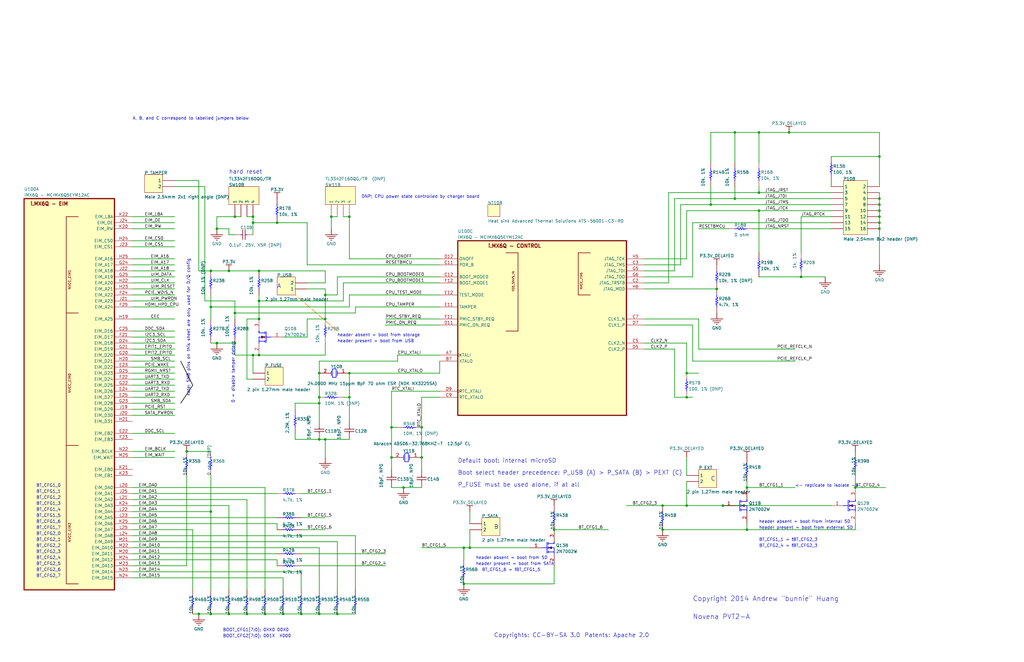
<source format=kicad_sch>
(kicad_sch (version 20230121) (generator eeschema)
  (paper "B")
  (junction (at 147.32 167.64))
  (junction (at 127 259.08))
  (junction (at 99.06 144.78))
  (junction (at 147.32 157.48))
  (junction (at 177.8 193.04))
  (junction (at 177.8 180.34))
  (junction (at 279.4 213.36))
  (junction (at 320.04 88.9))
  (junction (at 137.16 124.46))
  (junction (at 289.56 157.48))
  (junction (at 370.84 96.52))
  (junction (at 370.84 91.44))
  (junction (at 289.56 213.36))
  (junction (at 88.9 129.54))
  (junction (at 109.22 149.86))
  (junction (at 165.1 180.34))
  (junction (at 137.16 134.62))
  (junction (at 134.62 157.48))
  (junction (at 99.06 91.44))
  (junction (at 91.44 96.52))
  (junction (at 360.68 205.74))
  (junction (at 320.04 55.88))
  (junction (at 106.68 149.86))
  (junction (at 142.24 259.08))
  (junction (at 116.84 93.98))
  (junction (at 134.62 259.08))
  (junction (at 88.9 259.08))
  (junction (at 139.7 91.44))
  (junction (at 134.62 167.64))
  (junction (at 337.82 116.84))
  (junction (at 370.84 93.98))
  (junction (at 147.32 91.44))
  (junction (at 370.84 86.36))
  (junction (at 198.12 231.14))
  (junction (at 137.16 185.42))
  (junction (at 96.52 114.3))
  (junction (at 83.82 259.08))
  (junction (at 111.76 259.08))
  (junction (at 109.22 134.62))
  (junction (at 165.1 193.04))
  (junction (at 370.84 66.04))
  (junction (at 233.68 223.52))
  (junction (at 99.06 132.08))
  (junction (at 195.58 246.38))
  (junction (at 289.56 167.64))
  (junction (at 195.58 231.14))
  (junction (at 104.14 259.08))
  (junction (at 309.88 83.82))
  (junction (at 279.4 223.52))
  (junction (at 370.84 83.82))
  (junction (at 88.9 215.9))
  (junction (at 106.68 93.98))
  (junction (at 109.22 127))
  (junction (at 91.44 144.78))
  (junction (at 88.9 114.3))
  (junction (at 309.88 55.88))
  (junction (at 106.68 91.44))
  (junction (at 134.62 170.18))
  (junction (at 134.62 185.42))
  (junction (at 314.96 223.52))
  (junction (at 302.26 121.92))
  (junction (at 304.8 213.36))
  (junction (at 370.84 88.9))
  (junction (at 96.52 259.08))
  (junction (at 170.18 205.74))
  (junction (at 320.04 81.28))
  (junction (at 109.22 114.3))
  (junction (at 78.74 190.5))
  (junction (at 299.72 86.36))
  (junction (at 119.38 259.08))
  (junction (at 332.74 55.88))
  (junction (at 314.96 205.74))
  (wire (pts (xy 147.32 157.48) (xy 147.32 167.64)) (stroke (width 0.254)))
  (wire (pts (xy 106.68 93.98) (xy 106.68 99.06)) (stroke (width 0.254)))
  (wire (pts (xy 137.16 119.38) (xy 129.54 119.38)) (stroke (width 0.254)))
  (wire (pts (xy 195.58 231.14) (xy 198.12 231.14)) (stroke (width 0.254)))
  (wire (pts (xy 129.54 134.62) (xy 137.16 134.62)) (stroke (width 0.254)))
  (wire (pts (xy 147.32 91.44) (xy 144.78 91.44)) (stroke (width 0.254)))
  (wire (pts (xy 111.76 205.74) (xy 111.76 248.92)) (stroke (width 0.254)))
  (wire (pts (xy 350.52 213.36) (xy 304.8 213.36)) (stroke (width 0.254)))
  (wire (pts (xy 350.52 66.04) (xy 370.84 66.04)) (stroke (width 0.254)))
  (wire (pts (xy 96.52 259.08) (xy 88.9 259.08)) (stroke (width 0.254)))
  (wire (pts (xy 137.16 144.78) (xy 137.16 149.86)) (stroke (width 0.254)))
  (wire (pts (xy 299.72 55.88) (xy 299.72 68.58)) (stroke (width 0.254)))
  (wire (pts (xy 91.44 91.44) (xy 99.06 91.44)) (stroke (width 0.254)))
  (wire (pts (xy 55.88 226.06) (xy 149.86 226.06)) (stroke (width 0.254)))
  (wire (pts (xy 134.62 157.48) (xy 134.62 167.64)) (stroke (width 0.254)))
  (wire (pts (xy 109.22 127) (xy 109.22 124.46)) (stroke (width 0.254)))
  (wire (pts (xy 177.8 180.34) (xy 177.8 167.64)) (stroke (width 0.254)))
  (wire (pts (xy 106.68 157.48) (xy 106.68 149.86)) (stroke (width 0.254)))
  (wire (pts (xy 109.22 114.3) (xy 137.16 114.3)) (stroke (width 0.254)))
  (wire (pts (xy 147.32 129.54) (xy 88.9 129.54)) (stroke (width 0.254)))
  (wire (pts (xy 55.88 144.78) (xy 73.66 144.78)) (stroke (width 0.254)))
  (wire (pts (xy 104.14 160.02) (xy 104.14 134.62)) (stroke (width 0.254)))
  (wire (pts (xy 55.88 243.84) (xy 119.38 243.84)) (stroke (width 0.254)))
  (wire (pts (xy 149.86 132.08) (xy 99.06 132.08)) (stroke (width 0.254)))
  (wire (pts (xy 304.8 213.36) (xy 289.56 213.36)) (stroke (width 0.254)))
  (wire (pts (xy 109.22 149.86) (xy 106.68 149.86)) (stroke (width 0.254)))
  (wire (pts (xy 370.84 78.74) (xy 370.84 66.04)) (stroke (width 0.254)))
  (wire (pts (xy 55.88 119.38) (xy 73.66 119.38)) (stroke (width 0.254)))
  (wire (pts (xy 314.96 205.74) (xy 314.96 203.2)) (stroke (width 0.254)))
  (wire (pts (xy 109.22 134.62) (xy 109.22 127)) (stroke (width 0.254)))
  (wire (pts (xy 116.84 220.98) (xy 55.88 220.98)) (stroke (width 0.254)))
  (wire (pts (xy 55.88 218.44) (xy 116.84 218.44)) (stroke (width 0.254)))
  (wire (pts (xy 320.04 88.9) (xy 289.56 88.9)) (stroke (width 0.254)))
  (wire (pts (xy 289.56 167.64) (xy 292.1 167.64)) (stroke (width 0.254)))
  (wire (pts (xy 55.88 213.36) (xy 96.52 213.36)) (stroke (width 0.254)))
  (wire (pts (xy 55.88 193.04) (xy 73.66 193.04)) (stroke (width 0.254)))
  (wire (pts (xy 292.1 137.16) (xy 292.1 152.4)) (stroke (width 0.254)))
  (wire (pts (xy 292.1 116.84) (xy 292.1 93.98)) (stroke (width 0.254)))
  (wire (pts (xy 55.88 157.48) (xy 73.66 157.48)) (stroke (width 0.254)))
  (wire (pts (xy 320.04 55.88) (xy 309.88 55.88)) (stroke (width 0.254)))
  (wire (pts (xy 129.54 111.76) (xy 185.42 111.76)) (stroke (width 0.254)))
  (wire (pts (xy 127 259.08) (xy 119.38 259.08)) (stroke (width 0.254)))
  (wire (pts (xy 287.02 86.36) (xy 287.02 111.76)) (stroke (width 0.254)))
  (wire (pts (xy 185.42 109.22) (xy 147.32 109.22)) (stroke (width 0.254)))
  (wire (pts (xy 96.52 96.52) (xy 91.44 96.52)) (stroke (width 0.254)))
  (wire (pts (xy 83.82 259.08) (xy 81.28 259.08)) (stroke (width 0.254)))
  (wire (pts (xy 55.88 208.28) (xy 116.84 208.28)) (stroke (width 0.254)))
  (wire (pts (xy 271.78 147.32) (xy 284.48 147.32)) (stroke (width 0.254)))
  (wire (pts (xy 55.88 215.9) (xy 88.9 215.9)) (stroke (width 0.254)))
  (wire (pts (xy 55.88 228.6) (xy 142.24 228.6)) (stroke (width 0.254)))
  (wire (pts (xy 55.88 238.76) (xy 78.74 238.76)) (stroke (width 0.254)))
  (wire (pts (xy 350.52 83.82) (xy 309.88 83.82)) (stroke (width 0.254)))
  (wire (pts (xy 99.06 134.62) (xy 99.06 132.08)) (stroke (width 0.254)))
  (wire (pts (xy 370.84 96.52) (xy 370.84 93.98)) (stroke (width 0.254)))
  (wire (pts (xy 106.68 149.86) (xy 99.06 149.86)) (stroke (width 0.254)))
  (wire (pts (xy 55.88 96.52) (xy 73.66 96.52)) (stroke (width 0.254)))
  (wire (pts (xy 271.78 121.92) (xy 302.26 121.92)) (stroke (width 0.254)))
  (wire (pts (xy 281.94 119.38) (xy 271.78 119.38)) (stroke (width 0.254)))
  (wire (pts (xy 137.16 114.3) (xy 137.16 119.38)) (stroke (width 0.254)))
  (wire (pts (xy 142.24 259.08) (xy 134.62 259.08)) (stroke (width 0.254)))
  (wire (pts (xy 289.56 203.2) (xy 289.56 213.36)) (stroke (width 0.254)))
  (wire (pts (xy 177.8 193.04) (xy 177.8 180.34)) (stroke (width 0.254)))
  (wire (pts (xy 139.7 96.52) (xy 139.7 91.44)) (stroke (width 0.254)))
  (wire (pts (xy 137.16 185.42) (xy 147.32 185.42)) (stroke (width 0.254)))
  (wire (pts (xy 289.56 157.48) (xy 294.64 157.48)) (stroke (width 0.254)))
  (wire (pts (xy 360.68 205.74) (xy 373.38 205.74)) (stroke (width 0.254)))
  (wire (pts (xy 55.88 236.22) (xy 116.84 236.22)) (stroke (width 0.254)))
  (wire (pts (xy 287.02 111.76) (xy 271.78 111.76)) (stroke (width 0.254)))
  (wire (pts (xy 350.52 81.28) (xy 320.04 81.28)) (stroke (width 0.254)))
  (wire (pts (xy 289.56 109.22) (xy 271.78 109.22)) (stroke (width 0.254)))
  (wire (pts (xy 124.46 172.72) (xy 124.46 170.18)) (stroke (width 0.254)))
  (wire (pts (xy 104.14 259.08) (xy 96.52 259.08)) (stroke (width 0.254)))
  (wire (pts (xy 55.88 124.46) (xy 73.66 124.46)) (stroke (width 0.254)))
  (wire (pts (xy 281.94 81.28) (xy 281.94 119.38)) (stroke (width 0.254)))
  (wire (pts (xy 198.12 220.98) (xy 198.12 215.9)) (stroke (width 0.254)))
  (wire (pts (xy 370.84 93.98) (xy 370.84 91.44)) (stroke (width 0.254)))
  (wire (pts (xy 55.88 149.86) (xy 73.66 149.86)) (stroke (width 0.254)))
  (wire (pts (xy 55.88 231.14) (xy 134.62 231.14)) (stroke (width 0.254)))
  (wire (pts (xy 127 233.68) (xy 162.56 233.68)) (stroke (width 0.254)))
  (wire (pts (xy 337.82 116.84) (xy 320.04 116.84)) (stroke (width 0.254)))
  (wire (pts (xy 292.1 93.98) (xy 350.52 93.98)) (stroke (width 0.254)))
  (wire (pts (xy 360.68 200.66) (xy 360.68 205.74)) (stroke (width 0.254)))
  (wire (pts (xy 55.88 129.54) (xy 73.66 129.54)) (stroke (width 0.254)))
  (wire (pts (xy 129.54 93.98) (xy 129.54 111.76)) (stroke (width 0.254)))
  (wire (pts (xy 96.52 99.06) (xy 96.52 96.52)) (stroke (width 0.254)))
  (wire (pts (xy 165.1 180.34) (xy 165.1 193.04)) (stroke (width 0.254)))
  (wire (pts (xy 124.46 182.88) (xy 124.46 185.42)) (stroke (width 0.254)))
  (wire (pts (xy 149.86 259.08) (xy 142.24 259.08)) (stroke (width 0.254)))
  (wire (pts (xy 99.06 99.06) (xy 96.52 99.06)) (stroke (width 0.254)))
  (wire (pts (xy 55.88 175.26) (xy 73.66 175.26)) (stroke (width 0.254)))
  (wire (pts (xy 55.88 147.32) (xy 73.66 147.32)) (stroke (width 0.254)))
  (wire (pts (xy 317.5 96.52) (xy 350.52 96.52)) (stroke (width 0.254)))
  (wire (pts (xy 137.16 185.42) (xy 137.16 193.04)) (stroke (width 0.254)))
  (wire (pts (xy 99.06 91.44) (xy 101.6 91.44)) (stroke (width 0.254)))
  (wire (pts (xy 307.34 96.52) (xy 294.64 96.52)) (stroke (width 0.254)))
  (wire (pts (xy 55.88 104.14) (xy 73.66 104.14)) (stroke (width 0.254)))
  (wire (pts (xy 309.88 78.74) (xy 309.88 83.82)) (stroke (width 0.254)))
  (wire (pts (xy 127 241.3) (xy 127 248.92)) (stroke (width 0.254)))
  (wire (pts (xy 350.52 86.36) (xy 299.72 86.36)) (stroke (width 0.254)))
  (wire (pts (xy 83.82 114.3) (xy 88.9 114.3)) (stroke (width 0.254)))
  (wire (pts (xy 185.42 157.48) (xy 147.32 157.48)) (stroke (width 0.254)))
  (wire (pts (xy 137.16 134.62) (xy 137.16 124.46)) (stroke (width 0.254)))
  (wire (pts (xy 144.78 127) (xy 109.22 127)) (stroke (width 0.254)))
  (wire (pts (xy 88.9 215.9) (xy 88.9 248.92)) (stroke (width 0.254)))
  (wire (pts (xy 170.18 205.74) (xy 165.1 205.74)) (stroke (width 0.254)))
  (wire (pts (xy 55.88 205.74) (xy 111.76 205.74)) (stroke (width 0.254)))
  (wire (pts (xy 320.04 81.28) (xy 281.94 81.28)) (stroke (width 0.254)))
  (wire (pts (xy 55.88 190.5) (xy 73.66 190.5)) (stroke (width 0.254)))
  (wire (pts (xy 350.52 78.74) (xy 350.52 76.2)) (stroke (width 0.254)))
  (wire (pts (xy 104.14 91.44) (xy 106.68 91.44)) (stroke (width 0.254)))
  (wire (pts (xy 55.88 139.7) (xy 73.66 139.7)) (stroke (width 0.254)))
  (wire (pts (xy 370.84 55.88) (xy 332.74 55.88)) (stroke (width 0.254)))
  (wire (pts (xy 289.56 144.78) (xy 289.56 157.48)) (stroke (width 0.254)))
  (wire (pts (xy 139.7 91.44) (xy 142.24 91.44)) (stroke (width 0.254)))
  (wire (pts (xy 320.04 78.74) (xy 320.04 81.28)) (stroke (width 0.254)))
  (wire (pts (xy 177.8 198.12) (xy 177.8 193.04)) (stroke (width 0.254)))
  (wire (pts (xy 55.88 134.62) (xy 73.66 134.62)) (stroke (width 0.254)))
  (wire (pts (xy 271.78 134.62) (xy 294.64 134.62)) (stroke (width 0.254)))
  (wire (pts (xy 55.88 182.88) (xy 73.66 182.88)) (stroke (width 0.254)))
  (wire (pts (xy 119.38 142.24) (xy 129.54 142.24)) (stroke (width 0.254)))
  (wire (pts (xy 91.44 144.78) (xy 88.9 144.78)) (stroke (width 0.254)))
  (wire (pts (xy 124.46 170.18) (xy 134.62 170.18)) (stroke (width 0.254)))
  (wire (pts (xy 99.06 149.86) (xy 99.06 144.78)) (stroke (width 0.254)))
  (wire (pts (xy 185.42 152.4) (xy 185.42 157.48)) (stroke (width 0.254)))
  (wire (pts (xy 55.88 210.82) (xy 104.14 210.82)) (stroke (width 0.254)))
  (wire (pts (xy 106.68 93.98) (xy 116.84 93.98)) (stroke (width 0.254)))
  (wire (pts (xy 360.68 223.52) (xy 314.96 223.52)) (stroke (width 0.254)))
  (wire (pts (xy 55.88 101.6) (xy 73.66 101.6)) (stroke (width 0.254)))
  (wire (pts (xy 99.06 132.08) (xy 99.06 127)) (stroke (width 0.254)))
  (wire (pts (xy 106.68 91.44) (xy 106.68 93.98)) (stroke (width 0.254)))
  (wire (pts (xy 370.84 86.36) (xy 370.84 83.82)) (stroke (width 0.254)))
  (wire (pts (xy 127 218.44) (xy 137.16 218.44)) (stroke (width 0.254)))
  (wire (pts (xy 185.42 149.86) (xy 167.64 149.86)) (stroke (width 0.254)))
  (wire (pts (xy 88.9 129.54) (xy 88.9 134.62)) (stroke (width 0.254)))
  (wire (pts (xy 185.42 129.54) (xy 149.86 129.54)) (stroke (width 0.254)))
  (wire (pts (xy 360.68 220.98) (xy 360.68 223.52)) (stroke (width 0.254)))
  (wire (pts (xy 350.52 91.44) (xy 337.82 91.44)) (stroke (width 0.254)))
  (wire (pts (xy 55.88 93.98) (xy 73.66 93.98)) (stroke (width 0.254)))
  (wire (pts (xy 284.48 83.82) (xy 284.48 114.3)) (stroke (width 0.254)))
  (wire (pts (xy 55.88 152.4) (xy 73.66 152.4)) (stroke (width 0.254)))
  (wire (pts (xy 91.44 96.52) (xy 91.44 91.44)) (stroke (width 0.254)))
  (wire (pts (xy 185.42 137.16) (xy 162.56 137.16)) (stroke (width 0.254)))
  (wire (pts (xy 144.78 119.38) (xy 144.78 127)) (stroke (width 0.254)))
  (wire (pts (xy 198.12 231.14) (xy 223.52 231.14)) (stroke (width 0.254)))
  (wire (pts (xy 129.54 142.24) (xy 129.54 134.62)) (stroke (width 0.254)))
  (wire (pts (xy 111.76 259.08) (xy 104.14 259.08)) (stroke (width 0.254)))
  (wire (pts (xy 335.28 205.74) (xy 314.96 205.74)) (stroke (width 0.254)))
  (wire (pts (xy 134.62 259.08) (xy 127 259.08)) (stroke (width 0.254)))
  (wire (pts (xy 55.88 111.76) (xy 73.66 111.76)) (stroke (width 0.254)))
  (wire (pts (xy 233.68 223.52) (xy 256.54 223.52)) (stroke (width 0.254)))
  (wire (pts (xy 127 208.28) (xy 137.16 208.28)) (stroke (width 0.254)))
  (wire (pts (xy 149.86 129.54) (xy 149.86 132.08)) (stroke (width 0.254)))
  (wire (pts (xy 284.48 167.64) (xy 289.56 167.64)) (stroke (width 0.254)))
  (wire (pts (xy 144.78 167.64) (xy 147.32 167.64)) (stroke (width 0.254)))
  (wire (pts (xy 177.8 205.74) (xy 170.18 205.74)) (stroke (width 0.254)))
  (wire (pts (xy 284.48 147.32) (xy 284.48 167.64)) (stroke (width 0.254)))
  (wire (pts (xy 142.24 124.46) (xy 142.24 116.84)) (stroke (width 0.254)))
  (wire (pts (xy 370.84 66.04) (xy 370.84 55.88)) (stroke (width 0.254)))
  (wire (pts (xy 195.58 246.38) (xy 233.68 246.38)) (stroke (width 0.254)))
  (wire (pts (xy 195.58 236.22) (xy 195.58 231.14)) (stroke (width 0.254)))
  (wire (pts (xy 294.64 147.32) (xy 335.28 147.32)) (stroke (width 0.254)))
  (wire (pts (xy 129.54 121.92) (xy 137.16 121.92)) (stroke (width 0.254)))
  (wire (pts (xy 177.8 167.64) (xy 185.42 167.64)) (stroke (width 0.254)))
  (wire (pts (xy 55.88 172.72) (xy 73.66 172.72)) (stroke (width 0.254)))
  (wire (pts (xy 279.4 213.36) (xy 264.16 213.36)) (stroke (width 0.254)))
  (wire (pts (xy 314.96 223.52) (xy 279.4 223.52)) (stroke (width 0.254)))
  (wire (pts (xy 370.84 91.44) (xy 370.84 88.9)) (stroke (width 0.254)))
  (wire (pts (xy 83.82 76.2) (xy 83.82 114.3)) (stroke (width 0.254)))
  (wire (pts (xy 55.88 154.94) (xy 73.66 154.94)) (stroke (width 0.254)))
  (wire (pts (xy 73.66 76.2) (xy 83.82 76.2)) (stroke (width 0.254)))
  (wire (pts (xy 320.04 68.58) (xy 320.04 55.88)) (stroke (width 0.254)))
  (wire (pts (xy 134.62 152.4) (xy 134.62 157.48)) (stroke (width 0.254)))
  (wire (pts (xy 55.88 142.24) (xy 73.66 142.24)) (stroke (width 0.254)))
  (wire (pts (xy 55.88 162.56) (xy 73.66 162.56)) (stroke (width 0.254)))
  (wire (pts (xy 88.9 114.3) (xy 96.52 114.3)) (stroke (width 0.254)))
  (wire (pts (xy 116.84 223.52) (xy 116.84 220.98)) (stroke (width 0.254)))
  (wire (pts (xy 271.78 144.78) (xy 289.56 144.78)) (stroke (width 0.254)))
  (wire (pts (xy 370.84 83.82) (xy 370.84 81.28)) (stroke (width 0.254)))
  (wire (pts (xy 137.16 149.86) (xy 109.22 149.86)) (stroke (width 0.254)))
  (wire (pts (xy 289.56 88.9) (xy 289.56 109.22)) (stroke (width 0.254)))
  (wire (pts (xy 289.56 200.66) (xy 289.56 193.04)) (stroke (width 0.254)))
  (wire (pts (xy 185.42 119.38) (xy 144.78 119.38)) (stroke (width 0.254)))
  (wire (pts (xy 119.38 259.08) (xy 111.76 259.08)) (stroke (width 0.254)))
  (wire (pts (xy 55.88 233.68) (xy 116.84 233.68)) (stroke (width 0.254)))
  (wire (pts (xy 134.62 231.14) (xy 134.62 248.92)) (stroke (width 0.254)))
  (wire (pts (xy 88.9 215.9) (xy 88.9 200.66)) (stroke (width 0.254)))
  (wire (pts (xy 55.88 241.3) (xy 127 241.3)) (stroke (width 0.254)))
  (wire (pts (xy 55.88 160.02) (xy 73.66 160.02)) (stroke (width 0.254)))
  (wire (pts (xy 185.42 124.46) (xy 147.32 124.46)) (stroke (width 0.254)))
  (wire (pts (xy 116.84 236.22) (xy 116.84 238.76)) (stroke (width 0.254)))
  (wire (pts (xy 134.62 170.18) (xy 134.62 177.8)) (stroke (width 0.254)))
  (wire (pts (xy 134.62 185.42) (xy 137.16 185.42)) (stroke (width 0.254)))
  (wire (pts (xy 78.74 238.76) (xy 78.74 200.66)) (stroke (width 0.254)))
  (wire (pts (xy 106.68 160.02) (xy 104.14 160.02)) (stroke (width 0.254)))
  (wire (pts (xy 370.84 88.9) (xy 370.84 86.36)) (stroke (width 0.254)))
  (wire (pts (xy 104.14 134.62) (xy 109.22 134.62)) (stroke (width 0.254)))
  (wire (pts (xy 142.24 116.84) (xy 185.42 116.84)) (stroke (width 0.254)))
  (wire (pts (xy 86.36 127) (xy 99.06 127)) (stroke (width 0.254)))
  (wire (pts (xy 149.86 226.06) (xy 149.86 248.92)) (stroke (width 0.254)))
  (wire (pts (xy 292.1 152.4) (xy 335.28 152.4)) (stroke (width 0.254)))
  (wire (pts (xy 86.36 78.74) (xy 86.36 127)) (stroke (width 0.254)))
  (wire (pts (xy 55.88 91.44) (xy 73.66 91.44)) (stroke (width 0.254)))
  (wire (pts (xy 124.46 185.42) (xy 134.62 185.42)) (stroke (width 0.254)))
  (wire (pts (xy 88.9 259.08) (xy 83.82 259.08)) (stroke (width 0.254)))
  (wire (pts (xy 165.1 193.04) (xy 165.1 198.12)) (stroke (width 0.254)))
  (wire (pts (xy 167.64 152.4) (xy 134.62 152.4)) (stroke (width 0.254)))
  (wire (pts (xy 299.72 86.36) (xy 287.02 86.36)) (stroke (width 0.254)))
  (wire (pts (xy 337.82 91.44) (xy 337.82 106.68)) (stroke (width 0.254)))
  (wire (pts (xy 96.52 114.3) (xy 109.22 114.3)) (stroke (width 0.254)))
  (wire (pts (xy 55.88 165.1) (xy 73.66 165.1)) (stroke (width 0.254)))
  (wire (pts (xy 55.88 170.18) (xy 73.66 170.18)) (stroke (width 0.254)))
  (wire (pts (xy 88.9 124.46) (xy 88.9 129.54)) (stroke (width 0.254)))
  (wire (pts (xy 350.52 88.9) (xy 320.04 88.9)) (stroke (width 0.254)))
  (wire (pts (xy 284.48 114.3) (xy 271.78 114.3)) (stroke (width 0.254)))
  (wire (pts (xy 55.88 223.52) (xy 81.28 223.52)) (stroke (width 0.254)))
  (wire (pts (xy 147.32 124.46) (xy 147.32 129.54)) (stroke (width 0.254)))
  (wire (pts (xy 347.98 116.84) (xy 337.82 116.84)) (stroke (width 0.254)))
  (wire (pts (xy 147.32 109.22) (xy 147.32 91.44)) (stroke (width 0.254)))
  (wire (pts (xy 165.1 165.1) (xy 165.1 180.34)) (stroke (width 0.254)))
  (wire (pts (xy 167.64 149.86) (xy 167.64 152.4)) (stroke (width 0.254)))
  (wire (pts (xy 294.64 134.62) (xy 294.64 147.32)) (stroke (width 0.254)))
  (wire (pts (xy 185.42 165.1) (xy 165.1 165.1)) (stroke (width 0.254)))
  (wire (pts (xy 104.14 210.82) (xy 104.14 248.92)) (stroke (width 0.254)))
  (wire (pts (xy 271.78 116.84) (xy 292.1 116.84)) (stroke (width 0.254)))
  (wire (pts (xy 233.68 246.38) (xy 233.68 238.76)) (stroke (width 0.254)))
  (wire (pts (xy 147.32 167.64) (xy 147.32 177.8)) (stroke (width 0.254)))
  (wire (pts (xy 134.62 167.64) (xy 134.62 170.18)) (stroke (width 0.254)))
  (wire (pts (xy 55.88 116.84) (xy 73.66 116.84)) (stroke (width 0.254)))
  (wire (pts (xy 370.84 111.76) (xy 370.84 96.52)) (stroke (width 0.254)))
  (wire (pts (xy 320.04 106.68) (xy 320.04 88.9)) (stroke (width 0.254)))
  (wire (pts (xy 332.74 55.88) (xy 320.04 55.88)) (stroke (width 0.254)))
  (wire (pts (xy 309.88 83.82) (xy 284.48 83.82)) (stroke (width 0.254)))
  (wire (pts (xy 81.28 223.52) (xy 81.28 248.92)) (stroke (width 0.254)))
  (wire (pts (xy 55.88 167.64) (xy 73.66 167.64)) (stroke (width 0.254)))
  (wire (pts (xy 167.64 180.34) (xy 165.1 180.34)) (stroke (width 0.254)))
  (wire (pts (xy 299.72 78.74) (xy 299.72 86.36)) (stroke (width 0.254)))
  (wire (pts (xy 177.8 231.14) (xy 195.58 231.14)) (stroke (width 0.254)))
  (wire (pts (xy 314.96 223.52) (xy 314.96 220.98)) (stroke (width 0.254)))
  (wire (pts (xy 99.06 144.78) (xy 91.44 144.78)) (stroke (width 0.254)))
  (wire (pts (xy 271.78 137.16) (xy 292.1 137.16)) (stroke (width 0.254)))
  (wire (pts (xy 127 238.76) (xy 162.56 238.76)) (stroke (width 0.254)))
  (wire (pts (xy 78.74 190.5) (xy 88.9 190.5)) (stroke (width 0.254)))
  (wire (pts (xy 289.56 213.36) (xy 279.4 213.36)) (stroke (width 0.254)))
  (wire (pts (xy 185.42 134.62) (xy 162.56 134.62)) (stroke (width 0.254)))
  (wire (pts (xy 137.16 124.46) (xy 142.24 124.46)) (stroke (width 0.254)))
  (wire (pts (xy 309.88 68.58) (xy 309.88 55.88)) (stroke (width 0.254)))
  (wire (pts (xy 55.88 109.22) (xy 73.66 109.22)) (stroke (width 0.254)))
  (wire (pts (xy 116.84 93.98) (xy 129.54 93.98)) (stroke (width 0.254)))
  (wire (pts (xy 96.52 213.36) (xy 96.52 248.92)) (stroke (width 0.254)))
  (wire (pts (xy 142.24 228.6) (xy 142.24 248.92)) (stroke (width 0.254)))
  (wire (pts (xy 127 223.52) (xy 137.16 223.52)) (stroke (width 0.254)))
  (wire (pts (xy 55.88 127) (xy 73.66 127)) (stroke (width 0.254)))
  (wire (pts (xy 309.88 55.88) (xy 299.72 55.88)) (stroke (width 0.254)))
  (wire (pts (xy 198.12 231.14) (xy 198.12 223.52)) (stroke (width 0.254)))
  (wire (pts (xy 137.16 121.92) (xy 137.16 124.46)) (stroke (width 0.254)))
  (wire (pts (xy 73.66 78.74) (xy 86.36 78.74)) (stroke (width 0.254)))
  (wire (pts (xy 55.88 121.92) (xy 73.66 121.92)) (stroke (width 0.254)))
  (wire (pts (xy 119.38 243.84) (xy 119.38 248.92)) (stroke (width 0.254)))
  (wire (pts (xy 55.88 114.3) (xy 73.66 114.3)) (stroke (width 0.254)))
  (polyline (pts (xy 76.2 170.18) (xy 81.28 162.56) (xy 76.2 152.4)) (stroke (width 0.254) (type solid) (color 0 0 0 1)))
  (polyline (pts (xy 142.24 139.7) (xy 124.46 124.46)) (stroke (width 0.254) (type dash) (color 253 131 0 1)))
  (text "<- replicate to isolate ->" (at 335.28 205.74 0) (effects (font (size 1.27 1.27)) (justify left bottom)))
  (text "header absent = boot from SD" (at 200.66 236.22 0) (effects (font (size 1.27 1.27)) (justify left bottom)))
  (text "BT_CFG1_2" (at 15.24 210.82 0) (effects (font (size 1.27 1.27)) (justify left bottom)))
  (text "header absent = boot from internal SD" (at 320.04 220.98 0) (effects (font (size 1.27 1.27)) (justify left bottom)))
  (text "BOOT_CFG1[7:0]: 0XX0 00X0" (at 93.98 266.7 0) (effects (font (size 1.27 1.27)) (justify left bottom)))
  (text "A" (at 116.84 121.92 0) (effects (font (size 1.778 1.778)) (justify left bottom)))
  (text "A, B, and C correspond to labelled jumpers below" (at 55.88 50.8 0) (effects (font (size 1.27 1.27)) (justify left bottom)))
  (text "Patents: Apache 2.0" (at 246.38 269.24 0) (effects (font (size 1.778 1.778)) (justify left bottom)))
  (text "BT_CFG1_7" (at 15.24 223.52 0) (effects (font (size 1.27 1.27)) (justify left bottom)))
  (text "DNP; CPU power state controlled by charger board" (at 152.4 83.82 0) (effects (font (size 1.27 1.27)) (justify left bottom)))
  (text "note: SMB pins on this sheet are only used for D/Q config" (at 78.74 109.22 90) (effects (font (size 1.27 1.27)) (justify right top)))
  (text "BT_CFG1_6 = !BT_CFG1_5" (at 203.2 241.3 0) (effects (font (size 1.27 1.27)) (justify left bottom)))
  (text "BT_CFG1_1 = !BT_CFG2_3" (at 320.04 228.6 0) (effects (font (size 1.27 1.27)) (justify left bottom)))
  (text "Copyrights: CC-BY-SA 3.0" (at 208.28 269.24 0) (effects (font (size 1.778 1.778)) (justify left bottom)))
  (text "header present = boot from external SD" (at 320.04 223.52 0) (effects (font (size 1.27 1.27)) (justify left bottom)))
  (text "BT_CFG1_1" (at 15.24 208.28 0) (effects (font (size 1.27 1.27)) (justify left bottom)))
  (text "0 = disable tamper detect" (at 99.06 170.18 90) (effects (font (size 1.27 1.27)) (justify left bottom)))
  (text "BT_CFG2_4 = !BT_CFG2_3" (at 320.04 231.14 0) (effects (font (size 1.27 1.27)) (justify left bottom)))
  (text "Novena PVT2-A" (at 292.1 261.62 0) (effects (font (size 2.032 2.032)) (justify left bottom)))
  (text "BT_CFG1_3" (at 15.24 213.36 0) (effects (font (size 1.27 1.27)) (justify left bottom)))
  (text "header absent = boot from storage" (at 142.24 142.24 0) (effects (font (size 1.27 1.27)) (justify left bottom)))
  (text "BT_CFG2_3" (at 15.24 233.68 0) (effects (font (size 1.27 1.27)) (justify left bottom)))
  (text "B" (at 208.28 223.52 0) (effects (font (size 1.778 1.778)) (justify left bottom)))
  (text "BT_CFG1_4" (at 15.24 215.9 0) (effects (font (size 1.27 1.27)) (justify left bottom)))
  (text "BT_CFG1_5" (at 15.24 218.44 0) (effects (font (size 1.27 1.27)) (justify left bottom)))
  (text "BT_CFG2_5" (at 15.24 238.76 0) (effects (font (size 1.27 1.27)) (justify left bottom)))
  (text "hard reset" (at 96.52 73.66 0) (effects (font (size 1.778 1.778)) (justify left bottom)))
  (text "header present = boot from USB" (at 142.24 144.78 0) (effects (font (size 1.27 1.27)) (justify left bottom)))
  (text "P_FUSE must be used alone, if at all" (at 193.04 205.74 0) (effects (font (size 1.778 1.778)) (justify left bottom)))
  (text "BT_CFG2_0" (at 15.24 226.06 0) (effects (font (size 1.27 1.27)) (justify left bottom)))
  (text "header present = boot from SATA" (at 200.66 238.76 0) (effects (font (size 1.27 1.27)) (justify left bottom)))
  (text "Boot select header precedence: P_USB (A) > P_SATA (B) > PEXT (C)" (at 193.04 200.66 0) (effects (font (size 1.778 1.778)) (justify left bottom)))
  (text "BT_CFG2_6" (at 15.24 241.3 0) (effects (font (size 1.27 1.27)) (justify left bottom)))
  (text "BT_CFG2_7" (at 15.24 243.84 0) (effects (font (size 1.27 1.27)) (justify left bottom)))
  (text "BT_CFG2_4" (at 15.24 236.22 0) (effects (font (size 1.27 1.27)) (justify left bottom)))
  (text "Default boot: internal microSD" (at 193.04 195.58 0) (effects (font (size 1.778 1.778)) (justify left bottom)))
  (text "Copyright 2014 Andrew \"bunnie\" Huang" (at 292.1 254 0) (effects (font (size 2.032 2.032)) (justify left bottom)))
  (text "BT_CFG1_0" (at 15.24 205.74 0) (effects (font (size 1.27 1.27)) (justify left bottom)))
  (text "BT_CFG1_6" (at 15.24 220.98 0) (effects (font (size 1.27 1.27)) (justify left bottom)))
  (text "BOOT_CFG2[7:0]: 001X  X000" (at 93.98 269.24 0) (effects (font (size 1.27 1.27)) (justify left bottom)))
  (text "BT_CFG2_2" (at 15.24 231.14 0) (effects (font (size 1.27 1.27)) (justify left bottom)))
  (text "BT_CFG2_1" (at 15.24 228.6 0) (effects (font (size 1.27 1.27)) (justify left bottom)))
  (text "C" (at 299.72 203.2 0) (effects (font (size 1.778 1.778)) (justify left bottom)))
  (label "CLK2_P" (at 274.32 147.32 0))
  (label "CPU_BOOTMODE1" (at 162.56 119.38 0))
  (label "EIM_LBA" (at 60.96 91.44 0))
  (label "EIM_RW" (at 60.96 96.52 0))
  (label "PMIC_STBY_REQ" (at 162.56 134.62 0))
  (label "PCIE_WDIS_N" (at 60.96 124.46 0))
  (label "JTAG_JTDI" (at 322.58 83.82 0))
  (label "HDMI_HPD_CPU" (at 60.96 129.54 0))
  (label "BT_CFG1_6" (at 243.84 223.52 0))
  (label "UIM_RESET" (at 63.5 121.92 0))
  (label "JTAG_JTMS" (at 322.58 86.36 0))
  (label "DDC_SDA" (at 60.96 139.7 0))
  (label "EIM_DA14" (at 58.42 241.3 0))
  (label "EIM_CS0" (at 60.96 101.6 0))
  (label "UART2_RXD" (at 60.96 167.64 0))
  (label "EIM_DA9" (at 58.42 228.6 0))
  (label "EIM_DA15" (at 58.42 243.84 0))
  (label "PCIE_WAKE" (at 60.96 154.94 0))
  (label "SMB_SCL" (at 63.5 152.4 0))
  (label "BT_CFG1_5" (at 177.8 231.14 0))
  (label "UART3_RXD" (at 60.96 162.56 0))
  (label "EIM_DA13" (at 58.42 238.76 0))
  (label "EIM_CS1" (at 60.96 104.14 0))
  (label "BT_CFG2_4" (at 360.68 205.74 0))
  (label "EIM_DA4" (at 58.42 215.9 0))
  (label "RESETBMCU" (at 162.56 111.76 0))
  (label "EIM_A17" (at 63.5 111.76 0))
  (label "EIM_DA3" (at 58.42 213.36 0))
  (label "UART3_TXD" (at 60.96 160.02 0))
  (label "EPIT2_EPITO" (at 60.96 149.86 0))
  (label "PCIE_RST" (at 60.96 172.72 0))
  (label "JTAG_NRST" (at 322.58 96.52 0))
  (label "SMB_SDA" (at 63.5 170.18 0))
  (label "CEC" (at 63.5 134.62 0))
  (label "JTAG_JTDO" (at 322.58 93.98 0))
  (label "RTC_XTALO" (at 177.8 180.34 90))
  (label "BT_CFG2_3" (at 152.4 233.68 0))
  (label "PMIC_ON_REQ" (at 162.56 137.16 0))
  (label "EIM_DA10" (at 58.42 231.14 0))
  (label "PCIE_REFCLK_P" (at 327.66 152.4 0))
  (label "CPU_XTALI" (at 167.64 149.86 0))
  (label "EIM_DA2" (at 58.42 210.82 0))
  (label "EIM_OE" (at 60.96 93.98 0))
  (label "CPU_TEST_MODE" (at 162.56 124.46 0))
  (label "EIM_DA8" (at 58.42 226.06 0))
  (label "EIM_DA0" (at 58.42 205.74 0))
  (label "EIM_BCLK" (at 60.96 190.5 0))
  (label "BT_CFG2_3" (at 266.7 213.36 0))
  (label "RESETBMCU" (at 294.64 96.52 0))
  (label "JTAG_RTCK" (at 337.82 91.44 0))
  (label "I2C3_SDA" (at 60.96 144.78 0))
  (label "I2C3_SCL" (at 60.96 142.24 0))
  (label "PCIE_REFCLK_N" (at 327.66 147.32 0))
  (label "EIM_A16" (at 63.5 109.22 0))
  (label "RGMII_NRST" (at 60.96 157.48 0))
  (label "UIM_PWRON" (at 63.5 127 0))
  (label "EIM_DA12" (at 58.42 236.22 0))
  (label "UART2_TXD" (at 60.96 165.1 0))
  (label "EIM_DA5" (at 58.42 218.44 0))
  (label "EIM_DA6" (at 58.42 220.98 0))
  (label "EIM_DA11" (at 58.42 233.68 0))
  (label "EPIT1_EPITO" (at 60.96 147.32 0))
  (label "UIM_DATA" (at 63.5 116.84 0))
  (label "BT_CFG1_5" (at 129.54 218.44 0))
  (label "EIM_DA1" (at 58.42 208.28 0))
  (label "UIM_CLK" (at 63.5 119.38 0))
  (label "CPU_BOOTMODE0" (at 162.56 116.84 0))
  (label "CPU_ONOFF" (at 162.56 109.22 0))
  (label "BT_CFG1_1" (at 129.54 208.28 0))
  (label "CPU_TAMPER" (at 162.56 129.54 0))
  (label "JTAG_JTCK" (at 322.58 88.9 0))
  (label "CLK2_N" (at 274.32 144.78 0))
  (label "BT_CFG1_6" (at 129.54 223.52 0))
  (label "SATA_PWRON" (at 60.96 175.26 0))
  (label "EIM_DA7" (at 58.42 223.52 0))
  (label "BT_CFG1_1" (at 320.04 205.74 0))
  (label "EIM_WAIT" (at 60.96 193.04 0))
  (label "JTAG_JRST" (at 322.58 81.28 0))
  (label "CPU_XTALO" (at 167.64 157.48 0))
  (label "BT_CFG2_4" (at 152.4 238.76 0))
  (label "RTC_XTALI" (at 165.1 165.1 0))
  (label "EIM_A18" (at 63.5 114.3 0))
  (label "DDC_SCL" (at 60.96 182.88 0))
  (symbol (lib_id "novena_pvt2_KiCAD-altium-import:06cpu_soc_1_Res1") (at 307.34 76.2 0) (unit 1)
    (property "Reference" "R15B" (at 310.642 73.406 0) (effects (justify left bottom)))
    (property "Value" "10k, 1%" (at 307.34 78.74 90) (effects (justify left bottom)))
    (property "Footprint" "RESC1005N" (effects hide))
    (property "PUBLISHED" "8-Jun-2000" (effects hide))
    (property "LATESTREVISIONDATE" "17-Jul-2002" (effects hide))
    (property "LATESTREVISIONNOTE" "Re-released for DXP Platform." (effects hide))
    (property "PACKAGEREFERENCE" "AXIAL-0.3" (effects hide))
    (property "PUBLISHER" "Altium Limited" (effects hide))
    (property "ALTIUM_VALUE" "100k" (effects hide))
  )
  (symbol (lib_id "novena_pvt2_KiCAD-altium-import:06cpu_soc_1_Header 4") (at 96.52 86.36 0) (unit 1)
    (property "Reference" "SW10B" (at 96.52 78.74 0) (effects (justify left bottom)))
    (property "Value" "TL3342F160QG/TR" (at 96.52 76.2 0) (effects (justify left bottom)))
    (property "Footprint" "SWITCH_TS-1187A" (effects hide))
    (property "LATESTREVISIONDATE" "17-Jul-2002" (effects hide))
    (property "LATESTREVISIONNOTE" "Re-released for DXP Platform." (effects hide))
    (property "PUBLISHER" "Altium Limited" (effects hide))
  )
  (symbol (lib_id "novena_pvt2_KiCAD-altium-import:P3.3V_DELAYED") (at 289.56 193.04 180) (unit 1)
    (property "Reference" "#PWR?" (effects hide))
    (property "Value" "P3.3V_DELAYED" (at 289.56 189.23 0))
  )
  (symbol (lib_id "novena_pvt2_KiCAD-altium-import:06cpu_soc_1_Res1") (at 106.68 121.92 0) (unit 1)
    (property "Reference" "R25B" (at 109.982 119.126 0) (effects (justify left bottom)))
    (property "Value" "10k, 1%" (at 106.68 124.46 90) (effects (justify left bottom)))
    (property "Footprint" "RESC1005N" (effects hide))
    (property "PUBLISHED" "8-Jun-2000" (effects hide))
    (property "LATESTREVISIONDATE" "17-Jul-2002" (effects hide))
    (property "LATESTREVISIONNOTE" "Re-released for DXP Platform." (effects hide))
    (property "PACKAGEREFERENCE" "AXIAL-0.3" (effects hide))
    (property "PUBLISHER" "Altium Limited" (effects hide))
    (property "ALTIUM_VALUE" "100k" (effects hide))
  )
  (symbol (lib_id "novena_pvt2_KiCAD-altium-import:06cpu_soc_1_Res1") (at 317.5 76.2 0) (unit 1)
    (property "Reference" "R16B" (at 320.802 73.406 0) (effects (justify left bottom)))
    (property "Value" "10k, 1%" (at 320.802 75.946 0) (effects (justify left bottom)))
    (property "Footprint" "RESC1005N" (effects hide))
    (property "PUBLISHED" "8-Jun-2000" (effects hide))
    (property "LATESTREVISIONDATE" "17-Jul-2002" (effects hide))
    (property "LATESTREVISIONNOTE" "Re-released for DXP Platform." (effects hide))
    (property "PACKAGEREFERENCE" "AXIAL-0.3" (effects hide))
    (property "PUBLISHER" "Altium Limited" (effects hide))
    (property "ALTIUM_VALUE" "100k" (effects hide))
  )
  (symbol (lib_id "novena_pvt2_KiCAD-altium-import:GND") (at 195.58 246.38 0) (unit 1)
    (property "Reference" "#PWR?" (effects hide))
    (property "Value" "GND" (at 195.58 252.73 0))
  )
  (symbol (lib_id "novena_pvt2_KiCAD-altium-import:06cpu_soc_3_Res1") (at 152.4 251.46 0) (unit 1)
    (property "Reference" "R55B" (at 150.622 253.746 0) (effects (justify left bottom)))
    (property "Value" "10k, 1%" (at 149.86 259.08 90) (effects (justify left bottom)))
    (property "Footprint" "RESC1005N" (effects hide))
    (property "PUBLISHED" "8-Jun-2000" (effects hide))
    (property "LATESTREVISIONDATE" "17-Jul-2002" (effects hide))
    (property "LATESTREVISIONNOTE" "Re-released for DXP Platform." (effects hide))
    (property "PACKAGEREFERENCE" "AXIAL-0.3" (effects hide))
    (property "PUBLISHER" "Altium Limited" (effects hide))
    (property "ALTIUM_VALUE" "100k" (effects hide))
  )
  (symbol (lib_id "novena_pvt2_KiCAD-altium-import:06cpu_soc_0_Res1") (at 119.38 220.98 0) (unit 1)
    (property "Reference" "R40B" (at 119.126 222.758 0) (effects (justify left bottom)))
    (property "Value" "4.7k, 1%" (at 119.126 226.897 0) (effects (justify left bottom)))
    (property "Footprint" "RESC1005N" (effects hide))
    (property "PUBLISHED" "8-Jun-2000" (effects hide))
    (property "LATESTREVISIONDATE" "17-Jul-2002" (effects hide))
    (property "LATESTREVISIONNOTE" "Re-released for DXP Platform." (effects hide))
    (property "PACKAGEREFERENCE" "AXIAL-0.3" (effects hide))
    (property "PUBLISHER" "Altium Limited" (effects hide))
    (property "ALTIUM_VALUE" "100k" (effects hide))
  )
  (symbol (lib_id "novena_pvt2_KiCAD-altium-import:06cpu_soc_0_mirrored_MOSFET-N") (at 114.3 139.7 0) (unit 1)
    (property "Reference" "Q10B" (at 119.888 139.446 0) (effects (justify left bottom)))
    (property "Value" "2N7002W" (at 119.888 141.986 0) (effects (justify left bottom)))
    (property "Footprint" "SOT323-3AN" (effects hide))
    (property "PUBLISHED" "8-Jun-2000" (effects hide))
    (property "LATESTREVISIONDATE" "17-Jul-2002" (effects hide))
    (property "LATESTREVISIONNOTE" "Re-released for DXP Platform." (effects hide))
    (property "PACKAGEVERSION" "1995/1996" (effects hide))
    (property "PACKAGEREFERENCE" "E3" (effects hide))
    (property "PUBLISHER" "Altium Limited" (effects hide))
  )
  (symbol (lib_id "novena_pvt2_KiCAD-altium-import:06cpu_soc_0_Header 2") (at 203.2 218.44 0) (unit 1)
    (property "Reference" "P_SATA" (at 203.2 218.44 0) (effects (justify left bottom)))
    (property "Value" "2 pin 1.27mm male header" (at 203.2 228.6 0) (effects (justify left bottom)))
    (property "LATESTREVISIONDATE" "17-Jul-2002" (effects hide))
    (property "LATESTREVISIONNOTE" "Re-released for DXP Platform." (effects hide))
    (property "PUBLISHER" "Altium Limited" (effects hide))
  )
  (symbol (lib_id "novena_pvt2_KiCAD-altium-import:GND") (at 279.4 223.52 0) (unit 1)
    (property "Reference" "#PWR?" (effects hide))
    (property "Value" "GND" (at 279.4 229.87 0))
  )
  (symbol (lib_id "novena_pvt2_KiCAD-altium-import:06cpu_soc_3_Res1") (at 99.06 251.46 0) (unit 1)
    (property "Reference" "R48B" (at 97.282 253.746 0) (effects (justify left bottom)))
    (property "Value" "10k, 1%" (at 96.52 259.08 90) (effects (justify left bottom)))
    (property "Footprint" "RESC1005N" (effects hide))
    (property "PUBLISHED" "8-Jun-2000" (effects hide))
    (property "LATESTREVISIONDATE" "17-Jul-2002" (effects hide))
    (property "LATESTREVISIONNOTE" "Re-released for DXP Platform." (effects hide))
    (property "PACKAGEREFERENCE" "AXIAL-0.3" (effects hide))
    (property "PUBLISHER" "Altium Limited" (effects hide))
    (property "ALTIUM_VALUE" "100k" (effects hide))
  )
  (symbol (lib_id "novena_pvt2_KiCAD-altium-import:06cpu_soc_1_Res1") (at 287.02 165.1 0) (unit 1)
    (property "Reference" "R57B" (at 290.322 162.306 0) (effects (justify left bottom)))
    (property "Value" "100, 1% (DNP)" (at 290.322 164.846 0) (effects (justify left bottom)))
    (property "Footprint" "RESC1005N" (effects hide))
    (property "PUBLISHED" "8-Jun-2000" (effects hide))
    (property "LATESTREVISIONDATE" "17-Jul-2002" (effects hide))
    (property "LATESTREVISIONNOTE" "Re-released for DXP Platform." (effects hide))
    (property "PACKAGEREFERENCE" "AXIAL-0.3" (effects hide))
    (property "PUBLISHER" "Altium Limited" (effects hide))
    (property "ALTIUM_VALUE" "100k" (effects hide))
  )
  (symbol (lib_id "novena_pvt2_KiCAD-altium-import:06cpu_soc_3_Cap Semi") (at 149.86 180.34 0) (unit 1)
    (property "Reference" "C12B" (at 149.606 182.626 0) (effects (justify left bottom)))
    (property "Value" "18pF, NP0" (at 142.24 175.26 90) (effects (justify right top)))
    (property "Footprint" "CAPC1005N" (effects hide))
    (property "PUBLISHED" "8-Jun-2000" (effects hide))
    (property "LATESTREVISIONDATE" "17-Jul-2002" (effects hide))
    (property "LATESTREVISIONNOTE" "Re-released for DXP Platform." (effects hide))
    (property "PACKAGEREFERENCE" "C1206" (effects hide))
    (property "PUBLISHER" "Altium Limited" (effects hide))
  )
  (symbol (lib_id "novena_pvt2_KiCAD-altium-import:06cpu_soc_0_MOSFET-N") (at 355.6 210.82 0) (unit 1)
    (property "Reference" "Q12B" (at 361.442 213.106 0) (effects (justify left bottom)))
    (property "Value" "2N7002W" (at 361.442 215.646 0) (effects (justify left bottom)))
    (property "Footprint" "SOT323-3AN" (effects hide))
    (property "PUBLISHED" "8-Jun-2000" (effects hide))
    (property "LATESTREVISIONDATE" "17-Jul-2002" (effects hide))
    (property "LATESTREVISIONNOTE" "Re-released for DXP Platform." (effects hide))
    (property "PACKAGEVERSION" "1995/1996" (effects hide))
    (property "PACKAGEREFERENCE" "E3" (effects hide))
    (property "PUBLISHER" "Altium Limited" (effects hide))
  )
  (symbol (lib_id "novena_pvt2_KiCAD-altium-import:GND") (at 91.44 144.78 0) (unit 1)
    (property "Reference" "#PWR?" (effects hide))
    (property "Value" "GND" (at 91.44 151.13 0))
  )
  (symbol (lib_id "novena_pvt2_KiCAD-altium-import:06cpu_soc_3_Res1") (at 83.82 251.46 0) (unit 1)
    (property "Reference" "R46B" (at 82.042 253.746 0) (effects (justify left bottom)))
    (property "Value" "10k, 1%" (at 81.28 259.08 90) (effects (justify left bottom)))
    (property "Footprint" "RESC1005N" (effects hide))
    (property "PUBLISHED" "8-Jun-2000" (effects hide))
    (property "LATESTREVISIONDATE" "17-Jul-2002" (effects hide))
    (property "LATESTREVISIONNOTE" "Re-released for DXP Platform." (effects hide))
    (property "PACKAGEREFERENCE" "AXIAL-0.3" (effects hide))
    (property "PUBLISHER" "Altium Limited" (effects hide))
    (property "ALTIUM_VALUE" "100k" (effects hide))
  )
  (symbol (lib_id "novena_pvt2_KiCAD-altium-import:06cpu_soc_0_MOSFET-N") (at 228.6 228.6 0) (unit 1)
    (property "Reference" "Q13B" (at 234.442 230.886 0) (effects (justify left bottom)))
    (property "Value" "2N7002W" (at 234.442 233.426 0) (effects (justify left bottom)))
    (property "Footprint" "SOT323-3AN" (effects hide))
    (property "PUBLISHED" "8-Jun-2000" (effects hide))
    (property "LATESTREVISIONDATE" "17-Jul-2002" (effects hide))
    (property "LATESTREVISIONNOTE" "Re-released for DXP Platform." (effects hide))
    (property "PACKAGEVERSION" "1995/1996" (effects hide))
    (property "PACKAGEREFERENCE" "E3" (effects hide))
    (property "PUBLISHER" "Altium Limited" (effects hide))
  )
  (symbol (lib_id "novena_pvt2_KiCAD-altium-import:06cpu_soc_1_Res1") (at 96.52 142.24 0) (unit 1)
    (property "Reference" "R28B" (at 99.822 139.446 0) (effects (justify left bottom)))
    (property "Value" "100k, 1%" (at 96.52 142.24 90) (effects (justify left bottom)))
    (property "Footprint" "RESC1005N" (effects hide))
    (property "PUBLISHED" "8-Jun-2000" (effects hide))
    (property "LATESTREVISIONDATE" "17-Jul-2002" (effects hide))
    (property "LATESTREVISIONNOTE" "Re-released for DXP Platform." (effects hide))
    (property "PACKAGEREFERENCE" "AXIAL-0.3" (effects hide))
    (property "PUBLISHER" "Altium Limited" (effects hide))
    (property "ALTIUM_VALUE" "100k" (effects hide))
  )
  (symbol (lib_id "novena_pvt2_KiCAD-altium-import:GND") (at 139.7 96.52 0) (unit 1)
    (property "Reference" "#PWR?" (effects hide))
    (property "Value" "GND" (at 139.7 102.87 0))
  )
  (symbol (lib_id "novena_pvt2_KiCAD-altium-import:06cpu_soc_0_Header 2") (at 111.76 154.94 0) (unit 1)
    (property "Reference" "P_FUSE" (at 111.76 154.94 0) (effects (justify left bottom)))
    (property "Value" "2 pin 1.27mm male header" (at 104.14 165.1 0) (effects (justify left bottom)))
    (property "Footprint" "HEADER_2_1.27MM" (effects hide))
    (property "LATESTREVISIONDATE" "17-Jul-2002" (effects hide))
    (property "LATESTREVISIONNOTE" "Re-released for DXP Platform." (effects hide))
    (property "PUBLISHER" "Altium Limited" (effects hide))
  )
  (symbol (lib_id "novena_pvt2_KiCAD-altium-import:06cpu_soc_3_Res1") (at 114.3 251.46 0) (unit 1)
    (property "Reference" "R50B" (at 112.522 253.746 0) (effects (justify left bottom)))
    (property "Value" "10k, 1%" (at 111.76 259.08 90) (effects (justify left bottom)))
    (property "Footprint" "RESC1005N" (effects hide))
    (property "PUBLISHED" "8-Jun-2000" (effects hide))
    (property "LATESTREVISIONDATE" "17-Jul-2002" (effects hide))
    (property "LATESTREVISIONNOTE" "Re-released for DXP Platform." (effects hide))
    (property "PACKAGEREFERENCE" "AXIAL-0.3" (effects hide))
    (property "PUBLISHER" "Altium Limited" (effects hide))
    (property "ALTIUM_VALUE" "100k" (effects hide))
  )
  (symbol (lib_id "novena_pvt2_KiCAD-altium-import:06cpu_soc_3_Res1") (at 198.12 238.76 0) (unit 1)
    (property "Reference" "R56B" (at 196.342 241.046 0) (effects (justify left bottom)))
    (property "Value" "10k, 1%" (at 195.58 246.38 90) (effects (justify left bottom)))
    (property "Footprint" "RESC1005N" (effects hide))
    (property "PUBLISHED" "8-Jun-2000" (effects hide))
    (property "LATESTREVISIONDATE" "17-Jul-2002" (effects hide))
    (property "LATESTREVISIONNOTE" "Re-released for DXP Platform." (effects hide))
    (property "PACKAGEREFERENCE" "AXIAL-0.3" (effects hide))
    (property "PUBLISHER" "Altium Limited" (effects hide))
    (property "ALTIUM_VALUE" "100k" (effects hide))
  )
  (symbol (lib_id "novena_pvt2_KiCAD-altium-import:06cpu_soc_3_Res1") (at 317.5 195.58 0) (unit 1)
    (property "Reference" "R41B" (at 315.722 197.866 0) (effects (justify left bottom)))
    (property "Value" "10k, 1%" (at 314.96 203.2 90) (effects (justify left bottom)))
    (property "Footprint" "RESC1005N" (effects hide))
    (property "PUBLISHED" "8-Jun-2000" (effects hide))
    (property "LATESTREVISIONDATE" "17-Jul-2002" (effects hide))
    (property "LATESTREVISIONNOTE" "Re-released for DXP Platform." (effects hide))
    (property "PACKAGEREFERENCE" "AXIAL-0.3" (effects hide))
    (property "PUBLISHER" "Altium Limited" (effects hide))
    (property "ALTIUM_VALUE" "100k" (effects hide))
  )
  (symbol (lib_id "novena_pvt2_KiCAD-altium-import:06cpu_soc_0_Res1") (at 119.38 231.14 0) (unit 1)
    (property "Reference" "R42B" (at 119.126 232.918 0) (effects (justify left bottom)))
    (property "Value" "4.7k, 1%" (at 119.126 237.057 0) (effects (justify left bottom)))
    (property "Footprint" "RESC1005N" (effects hide))
    (property "PUBLISHED" "8-Jun-2000" (effects hide))
    (property "LATESTREVISIONDATE" "17-Jul-2002" (effects hide))
    (property "LATESTREVISIONNOTE" "Re-released for DXP Platform." (effects hide))
    (property "PACKAGEREFERENCE" "AXIAL-0.3" (effects hide))
    (property "PUBLISHER" "Altium Limited" (effects hide))
    (property "ALTIUM_VALUE" "100k" (effects hide))
  )
  (symbol (lib_id "novena_pvt2_KiCAD-altium-import:06cpu_soc_1_Res1") (at 134.62 142.24 0) (unit 1)
    (property "Reference" "R29B" (at 137.922 139.446 0) (effects (justify left bottom)))
    (property "Value" "10k, 1%" (at 134.62 144.78 90) (effects (justify left bottom)))
    (property "Footprint" "RESC1005N" (effects hide))
    (property "PUBLISHED" "8-Jun-2000" (effects hide))
    (property "LATESTREVISIONDATE" "17-Jul-2002" (effects hide))
    (property "LATESTREVISIONNOTE" "Re-released for DXP Platform." (effects hide))
    (property "PACKAGEREFERENCE" "AXIAL-0.3" (effects hide))
    (property "PUBLISHER" "Altium Limited" (effects hide))
    (property "ALTIUM_VALUE" "100k" (effects hide))
  )
  (symbol (lib_id "novena_pvt2_KiCAD-altium-import:06cpu_soc_2_XTAL") (at 172.72 195.58 0) (unit 1)
    (property "Reference" "Y11B" (at 169.926 191.008 0) (effects (justify left bottom)))
    (property "Value" "Abracon ABS06-32.768KHZ-T  12.5pF CL" (at 157.48 187.96 0) (effects (justify left bottom)))
    (property "Footprint" "ABS06" (effects hide))
    (property "PUBLISHED" "8-Jun-2000" (effects hide))
    (property "LATESTREVISIONDATE" "17-Jul-2002" (effects hide))
    (property "LATESTREVISIONNOTE" "Re-released for DXP Platform." (effects hide))
    (property "PACKAGEREFERENCE" "R38" (effects hide))
    (property "PUBLISHER" "Altium Limited" (effects hide))
  )
  (symbol (lib_id "novena_pvt2_KiCAD-altium-import:06cpu_soc_3_Res1") (at 281.94 215.9 0) (unit 1)
    (property "Reference" "R45B" (at 280.162 218.186 0) (effects (justify left bottom)))
    (property "Value" "10k, 1%" (at 279.4 223.52 90) (effects (justify left bottom)))
    (property "Footprint" "RESC1005N" (effects hide))
    (property "PUBLISHED" "8-Jun-2000" (effects hide))
    (property "LATESTREVISIONDATE" "17-Jul-2002" (effects hide))
    (property "LATESTREVISIONNOTE" "Re-released for DXP Platform." (effects hide))
    (property "PACKAGEREFERENCE" "AXIAL-0.3" (effects hide))
    (property "PUBLISHER" "Altium Limited" (effects hide))
    (property "ALTIUM_VALUE" "100k" (effects hide))
  )
  (symbol (lib_id "novena_pvt2_KiCAD-altium-import:06cpu_soc_0_MOSFET-N") (at 309.88 210.82 0) (unit 1)
    (property "Reference" "Q11B" (at 315.722 213.106 0) (effects (justify left bottom)))
    (property "Value" "2N7002W" (at 315.722 215.646 0) (effects (justify left bottom)))
    (property "Footprint" "SOT323-3AN" (effects hide))
    (property "PUBLISHED" "8-Jun-2000" (effects hide))
    (property "LATESTREVISIONDATE" "17-Jul-2002" (effects hide))
    (property "LATESTREVISIONNOTE" "Re-released for DXP Platform." (effects hide))
    (property "PACKAGEVERSION" "1995/1996" (effects hide))
    (property "PACKAGEREFERENCE" "E3" (effects hide))
    (property "PUBLISHER" "Altium Limited" (effects hide))
  )
  (symbol (lib_id "novena_pvt2_KiCAD-altium-import:06cpu_soc_0_Res1") (at 170.18 177.8 0) (unit 1)
    (property "Reference" "R34B" (at 169.926 179.578 0) (effects (justify left bottom)))
    (property "Value" "10M, 1% (DNP)" (at 169.926 183.642 0) (effects (justify left bottom)))
    (property "Footprint" "RESC1005N" (effects hide))
    (property "PUBLISHED" "8-Jun-2000" (effects hide))
    (property "LATESTREVISIONDATE" "17-Jul-2002" (effects hide))
    (property "LATESTREVISIONNOTE" "Re-released for DXP Platform." (effects hide))
    (property "PACKAGEREFERENCE" "AXIAL-0.3" (effects hide))
    (property "PUBLISHER" "Altium Limited" (effects hide))
    (property "ALTIUM_VALUE" "100k" (effects hide))
  )
  (symbol (lib_id "novena_pvt2_KiCAD-altium-import:06cpu_soc_3_Res1") (at 121.92 251.46 0) (unit 1)
    (property "Reference" "R51B" (at 120.142 253.746 0) (effects (justify left bottom)))
    (property "Value" "10k, 1%" (at 119.38 259.08 90) (effects (justify left bottom)))
    (property "Footprint" "RESC1005N" (effects hide))
    (property "PUBLISHED" "8-Jun-2000" (effects hide))
    (property "LATESTREVISIONDATE" "17-Jul-2002" (effects hide))
    (property "LATESTREVISIONNOTE" "Re-released for DXP Platform." (effects hide))
    (property "PACKAGEREFERENCE" "AXIAL-0.3" (effects hide))
    (property "PUBLISHER" "Altium Limited" (effects hide))
    (property "ALTIUM_VALUE" "100k" (effects hide))
  )
  (symbol (lib_id "novena_pvt2_KiCAD-altium-import:GND") (at 137.16 193.04 0) (unit 1)
    (property "Reference" "#PWR?" (effects hide))
    (property "Value" "GND" (at 137.16 199.39 0))
  )
  (symbol (lib_id "novena_pvt2_KiCAD-altium-import:06cpu_soc_0_Header 2") (at 294.64 198.12 0) (unit 1)
    (property "Reference" "P_EXT" (at 294.64 198.12 0) (effects (justify left bottom)))
    (property "Value" "2 pin 1.27mm male header" (at 289.56 208.28 0) (effects (justify left bottom)))
    (property "Footprint" "HEADER_2_1.27MM" (effects hide))
    (property "LATESTREVISIONDATE" "17-Jul-2002" (effects hide))
    (property "LATESTREVISIONNOTE" "Re-released for DXP Platform." (effects hide))
    (property "PUBLISHER" "Altium Limited" (effects hide))
  )
  (symbol (lib_id "novena_pvt2_KiCAD-altium-import:06cpu_soc_1_Res1") (at 299.72 119.38 0) (unit 1)
    (property "Reference" "R22B" (at 303.022 116.586 0) (effects (justify left bottom)))
    (property "Value" "10k, 1% (DNP)" (at 303.022 119.126 0) (effects (justify left bottom)))
    (property "Footprint" "RESC1005N" (effects hide))
    (property "PUBLISHED" "8-Jun-2000" (effects hide))
    (property "LATESTREVISIONDATE" "17-Jul-2002" (effects hide))
    (property "LATESTREVISIONNOTE" "Re-released for DXP Platform." (effects hide))
    (property "PACKAGEREFERENCE" "AXIAL-0.3" (effects hide))
    (property "PUBLISHER" "Altium Limited" (effects hide))
    (property "ALTIUM_VALUE" "100k" (effects hide))
  )
  (symbol (lib_id "novena_pvt2_KiCAD-altium-import:P3.3V") (at 96.52 114.3 180) (unit 1)
    (property "Reference" "#PWR?" (effects hide))
    (property "Value" "P3.3V" (at 96.52 110.49 0))
  )
  (symbol (lib_id "novena_pvt2_KiCAD-altium-import:06cpu_soc_1_Res1") (at 86.36 121.92 0) (unit 1)
    (property "Reference" "R23B" (at 89.662 119.126 0) (effects (justify left bottom)))
    (property "Value" "10k, 1% (DNP)" (at 86.36 124.46 90) (effects (justify left bottom)))
    (property "Footprint" "RESC1005N" (effects hide))
    (property "PUBLISHED" "8-Jun-2000" (effects hide))
    (property "LATESTREVISIONDATE" "17-Jul-2002" (effects hide))
    (property "LATESTREVISIONNOTE" "Re-released for DXP Platform." (effects hide))
    (property "PACKAGEREFERENCE" "AXIAL-0.3" (effects hide))
    (property "PUBLISHER" "Altium Limited" (effects hide))
    (property "ALTIUM_VALUE" "100k" (effects hide))
  )
  (symbol (lib_id "novena_pvt2_KiCAD-altium-import:P3.3V_DELAYED") (at 332.74 55.88 180) (unit 1)
    (property "Reference" "#PWR?" (effects hide))
    (property "Value" "P3.3V_DELAYED" (at 332.74 52.07 0))
  )
  (symbol (lib_id "novena_pvt2_KiCAD-altium-import:06cpu_soc_1_Header 4") (at 137.16 86.36 0) (unit 1)
    (property "Reference" "SW11B" (at 137.16 78.74 0) (effects (justify left bottom)))
    (property "Value" "TL3342F160QG/TR  (DNP)" (at 137.16 76.2 0) (effects (justify left bottom)))
    (property "Footprint" "SWITCH_TS-1187A" (effects hide))
    (property "LATESTREVISIONDATE" "17-Jul-2002" (effects hide))
    (property "LATESTREVISIONNOTE" "Re-released for DXP Platform." (effects hide))
    (property "PUBLISHER" "Altium Limited" (effects hide))
  )
  (symbol (lib_id "novena_pvt2_KiCAD-altium-import:06cpu_soc_2_XTAL") (at 142.24 160.02 0) (unit 1)
    (property "Reference" "Y10B" (at 139.446 155.448 0) (effects (justify left bottom)))
    (property "Value" "24.0000 MHz 15ppm 8pF 70 ohm ESR (NDK NX3225SA)" (at 129.54 162.56 0) (effects (justify left bottom)))
    (property "Footprint" "NDK_NX3225SA" (effects hide))
    (property "PUBLISHED" "8-Jun-2000" (effects hide))
    (property "LATESTREVISIONDATE" "17-Jul-2002" (effects hide))
    (property "LATESTREVISIONNOTE" "Re-released for DXP Platform." (effects hide))
    (property "PACKAGEREFERENCE" "R38" (effects hide))
    (property "PUBLISHER" "Altium Limited" (effects hide))
  )
  (symbol (lib_id "novena_pvt2_KiCAD-altium-import:06cpu_soc_1_Res1") (at 114.3 91.44 0) (unit 1)
    (property "Reference" "R17B" (at 117.602 88.646 0) (effects (justify left bottom)))
    (property "Value" "10k, 1%" (at 117.602 91.186 0) (effects (justify left bottom)))
    (property "Footprint" "RESC1005N" (effects hide))
    (property "PUBLISHED" "8-Jun-2000" (effects hide))
    (property "LATESTREVISIONDATE" "17-Jul-2002" (effects hide))
    (property "LATESTREVISIONNOTE" "Re-released for DXP Platform." (effects hide))
    (property "PACKAGEREFERENCE" "AXIAL-0.3" (effects hide))
    (property "PUBLISHER" "Altium Limited" (effects hide))
    (property "ALTIUM_VALUE" "100k" (effects hide))
  )
  (symbol (lib_id "novena_pvt2_KiCAD-altium-import:06cpu_soc_0_Res1") (at 119.38 236.22 0) (unit 1)
    (property "Reference" "R44B" (at 119.126 237.998 0) (effects (justify left bottom)))
    (property "Value" "4.7k, 1%" (at 119.126 242.137 0) (effects (justify left bottom)))
    (property "Footprint" "RESC1005N" (effects hide))
    (property "PUBLISHED" "8-Jun-2000" (effects hide))
    (property "LATESTREVISIONDATE" "17-Jul-2002" (effects hide))
    (property "LATESTREVISIONNOTE" "Re-released for DXP Platform." (effects hide))
    (property "PACKAGEREFERENCE" "AXIAL-0.3" (effects hide))
    (property "PUBLISHER" "Altium Limited" (effects hide))
    (property "ALTIUM_VALUE" "100k" (effects hide))
  )
  (symbol (lib_id "novena_pvt2_KiCAD-altium-import:P3.3V_DELAYED") (at 233.68 213.36 180) (unit 1)
    (property "Reference" "#PWR?" (effects hide))
    (property "Value" "P3.3V_DELAYED" (at 233.68 209.55 0))
  )
  (symbol (lib_id "novena_pvt2_KiCAD-altium-import:P3.3V") (at 116.84 83.82 180) (unit 1)
    (property "Reference" "#PWR?" (effects hide))
    (property "Value" "P3.3V" (at 116.84 80.01 0))
  )
  (symbol (lib_id "novena_pvt2_KiCAD-altium-import:06cpu_soc_0_Res1") (at 119.38 215.9 0) (unit 1)
    (property "Reference" "R38B" (at 119.126 217.678 0) (effects (justify left bottom)))
    (property "Value" "4.7k, 1%" (at 119.126 221.817 0) (effects (justify left bottom)))
    (property "Footprint" "RESC1005N" (effects hide))
    (property "PUBLISHED" "8-Jun-2000" (effects hide))
    (property "LATESTREVISIONDATE" "17-Jul-2002" (effects hide))
    (property "LATESTREVISIONNOTE" "Re-released for DXP Platform." (effects hide))
    (property "PACKAGEREFERENCE" "AXIAL-0.3" (effects hide))
    (property "PUBLISHER" "Altium Limited" (effects hide))
    (property "ALTIUM_VALUE" "100k" (effects hide))
  )
  (symbol (lib_id "novena_pvt2_KiCAD-altium-import:06cpu_soc_0_Header 8X2") (at 355.6 76.2 0) (unit 1)
    (property "Reference" "P10B" (at 355.6 76.2 0) (effects (justify left bottom)))
    (property "Value" "Male 2.54mm 8x2 header (DNP)" (at 355.6 101.6 0) (effects (justify left bottom)))
    (property "Footprint" "HDR2X8" (effects hide))
    (property "LATESTREVISIONDATE" "17-Jul-2002" (effects hide))
    (property "LATESTREVISIONNOTE" "Re-released for DXP Platform." (effects hide))
    (property "PUBLISHER" "Altium Limited" (effects hide))
  )
  (symbol (lib_id "novena_pvt2_KiCAD-altium-import:06cpu_soc_0_Res1") (at 137.16 165.1 0) (unit 1)
    (property "Reference" "R32B" (at 136.906 166.878 0) (effects (justify left bottom)))
    (property "Value" "10M, 1% (DNP)" (at 136.906 170.942 0) (effects (justify left bottom)))
    (property "Footprint" "RESC1005N" (effects hide))
    (property "PUBLISHED" "8-Jun-2000" (effects hide))
    (property "LATESTREVISIONDATE" "17-Jul-2002" (effects hide))
    (property "LATESTREVISIONNOTE" "Re-released for DXP Platform." (effects hide))
    (property "PACKAGEREFERENCE" "AXIAL-0.3" (effects hide))
    (property "PUBLISHER" "Altium Limited" (effects hide))
    (property "ALTIUM_VALUE" "100k" (effects hide))
  )
  (symbol (lib_id "novena_pvt2_KiCAD-altium-import:06cpu_soc_0_Res1") (at 119.38 205.74 0) (unit 1)
    (property "Reference" "R37B" (at 119.126 207.518 0) (effects (justify left bottom)))
    (property "Value" "4.7k, 1%" (at 119.126 211.657 0) (effects (justify left bottom)))
    (property "Footprint" "RESC1005N" (effects hide))
    (property "PUBLISHED" "8-Jun-2000" (effects hide))
    (property "LATESTREVISIONDATE" "17-Jul-2002" (effects hide))
    (property "LATESTREVISIONNOTE" "Re-released for DXP Platform." (effects hide))
    (property "PACKAGEREFERENCE" "AXIAL-0.3" (effects hide))
    (property "PUBLISHER" "Altium Limited" (effects hide))
    (property "ALTIUM_VALUE" "100k" (effects hide))
  )
  (symbol (lib_id "novena_pvt2_KiCAD-altium-import:06cpu_soc_2_Cap Semi") (at 104.14 101.6 0) (unit 1)
    (property "Reference" "C10B" (at 101.346 96.774 0) (effects (justify left bottom)))
    (property "Value" "0.1uF, 25V, X5R (DNP)" (at 96.52 104.14 0) (effects (justify left bottom)))
    (property "Footprint" "CAPC1005N" (effects hide))
    (property "PUBLISHED" "8-Jun-2000" (effects hide))
    (property "LATESTREVISIONDATE" "17-Jul-2002" (effects hide))
    (property "LATESTREVISIONNOTE" "Re-released for DXP Platform." (effects hide))
    (property "PACKAGEREFERENCE" "C1206" (effects hide))
    (property "PUBLISHER" "Altium Limited" (effects hide))
  )
  (symbol (lib_id "novena_pvt2_KiCAD-altium-import:06cpu_soc_3_Res1") (at 236.22 215.9 0) (unit 1)
    (property "Reference" "R43B" (at 234.442 218.186 0) (effects (justify left bottom)))
    (property "Value" "10k, 1%" (at 233.68 223.52 90) (effects (justify left bottom)))
    (property "Footprint" "RESC1005N" (effects hide))
    (property "PUBLISHED" "8-Jun-2000" (effects hide))
    (property "LATESTREVISIONDATE" "17-Jul-2002" (effects hide))
    (property "LATESTREVISIONNOTE" "Re-released for DXP Platform." (effects hide))
    (property "PACKAGEREFERENCE" "AXIAL-0.3" (effects hide))
    (property "PUBLISHER" "Altium Limited" (effects hide))
    (property "ALTIUM_VALUE" "100k" (effects hide))
  )
  (symbol (lib_id "novena_pvt2_KiCAD-altium-import:06cpu_soc_3_Cap Semi") (at 137.16 180.34 0) (unit 1)
    (property "Reference" "C11B" (at 136.906 182.626 0) (effects (justify left bottom)))
    (property "Value" "18pF, NP0" (at 129.54 175.26 90) (effects (justify right top)))
    (property "Footprint" "CAPC1005N" (effects hide))
    (property "PUBLISHED" "8-Jun-2000" (effects hide))
    (property "LATESTREVISIONDATE" "17-Jul-2002" (effects hide))
    (property "LATESTREVISIONNOTE" "Re-released for DXP Platform." (effects hide))
    (property "PACKAGEREFERENCE" "C1206" (effects hide))
    (property "PUBLISHER" "Altium Limited" (effects hide))
  )
  (symbol (lib_id "novena_pvt2_KiCAD-altium-import:GND") (at 370.84 111.76 0) (unit 1)
    (property "Reference" "#PWR?" (effects hide))
    (property "Value" "GND" (at 370.84 118.11 0))
  )
  (symbol (lib_id "novena_pvt2_KiCAD-altium-import:06cpu_soc_3_Res1") (at 363.22 193.04 0) (unit 1)
    (property "Reference" "R39B" (at 361.442 195.326 0) (effects (justify left bottom)))
    (property "Value" "10k, 1%" (at 360.68 200.66 90) (effects (justify left bottom)))
    (property "Footprint" "RESC1005N" (effects hide))
    (property "PUBLISHED" "8-Jun-2000" (effects hide))
    (property "LATESTREVISIONDATE" "17-Jul-2002" (effects hide))
    (property "LATESTREVISIONNOTE" "Re-released for DXP Platform." (effects hide))
    (property "PACKAGEREFERENCE" "AXIAL-0.3" (effects hide))
    (property "PUBLISHER" "Altium Limited" (effects hide))
    (property "ALTIUM_VALUE" "100k" (effects hide))
  )
  (symbol (lib_id "novena_pvt2_KiCAD-altium-import:06cpu_soc_1_Res1") (at 297.18 76.2 0) (unit 1)
    (property "Reference" "R14B" (at 300.482 73.406 0) (effects (justify left bottom)))
    (property "Value" "10k, 1%" (at 297.18 78.74 90) (effects (justify left bottom)))
    (property "Footprint" "RESC1005N" (effects hide))
    (property "PUBLISHED" "8-Jun-2000" (effects hide))
    (property "LATESTREVISIONDATE" "17-Jul-2002" (effects hide))
    (property "LATESTREVISIONNOTE" "Re-released for DXP Platform." (effects hide))
    (property "PACKAGEREFERENCE" "AXIAL-0.3" (effects hide))
    (property "PUBLISHER" "Altium Limited" (effects hide))
    (property "ALTIUM_VALUE" "100k" (effects hide))
  )
  (symbol (lib_id "novena_pvt2_KiCAD-altium-import:P3.3V_DELAYED") (at 314.96 193.04 180) (unit 1)
    (property "Reference" "#PWR?" (effects hide))
    (property "Value" "P3.3V_DELAYED" (at 314.96 189.23 0))
  )
  (symbol (lib_id "novena_pvt2_KiCAD-altium-import:06cpu_soc_0_mirrored_Header 2H") (at 68.58 73.66 0) (unit 1)
    (property "Reference" "P_TAMPER" (at 60.96 73.66 0) (effects (justify left bottom)))
    (property "Value" "Male 2.54mm 2x1 right angle (DNP)" (at 60.96 83.82 0) (effects (justify left bottom)))
    (property "Footprint" "HDR1X2H" (effects hide))
    (property "LATESTREVISIONDATE" "17-Jul-2002" (effects hide))
    (property "LATESTREVISIONNOTE" "Re-released for DXP Platform." (effects hide))
    (property "PUBLISHER" "Altium Limited" (effects hide))
  )
  (symbol (lib_id "novena_pvt2_KiCAD-altium-import:06cpu_soc_3_Res1") (at 127 175.26 0) (unit 1)
    (property "Reference" "R33B" (at 125.222 177.546 0) (effects (justify left bottom)))
    (property "Value" "2.2M, 1%" (at 121.92 182.88 90) (effects (justify left bottom)))
    (property "Footprint" "RESC1005N" (effects hide))
    (property "PUBLISHED" "8-Jun-2000" (effects hide))
    (property "LATESTREVISIONDATE" "17-Jul-2002" (effects hide))
    (property "LATESTREVISIONNOTE" "Re-released for DXP Platform." (effects hide))
    (property "PACKAGEREFERENCE" "AXIAL-0.3" (effects hide))
    (property "PUBLISHER" "Altium Limited" (effects hide))
    (property "ALTIUM_VALUE" "100k" (effects hide))
  )
  (symbol (lib_id "novena_pvt2_KiCAD-altium-import:GND") (at 83.82 259.08 0) (unit 1)
    (property "Reference" "#PWR?" (effects hide))
    (property "Value" "GND" (at 83.82 265.43 0))
  )
  (symbol (lib_id "novena_pvt2_KiCAD-altium-import:06cpu_soc_2_Res1") (at 314.96 99.06 0) (unit 1)
    (property "Reference" "R18B" (at 309.626 95.758 0) (effects (justify left bottom)))
    (property "Value" "0 ohm" (at 309.626 99.822 0) (effects (justify left bottom)))
    (property "Footprint" "RESC1005N" (effects hide))
    (property "PUBLISHED" "8-Jun-2000" (effects hide))
    (property "LATESTREVISIONDATE" "17-Jul-2002" (effects hide))
    (property "LATESTREVISIONNOTE" "Re-released for DXP Platform." (effects hide))
    (property "PACKAGEREFERENCE" "AXIAL-0.3" (effects hide))
    (property "PUBLISHER" "Altium Limited" (effects hide))
    (property "ALTIUM_VALUE" "100k" (effects hide))
  )
  (symbol (lib_id "novena_pvt2_KiCAD-altium-import:06cpu_soc_2_Header 2") (at 124.46 124.46 0) (unit 1)
    (property "Reference" "P_USB" (at 116.84 116.84 0) (effects (justify left bottom)))
    (property "Value" "2 pin 1.27mm male header" (at 111.76 127 0) (effects (justify left bottom)))
    (property "Footprint" "HEADER_2_1.27MM" (effects hide))
    (property "LATESTREVISIONDATE" "17-Jul-2002" (effects hide))
    (property "LATESTREVISIONNOTE" "Re-released for DXP Platform." (effects hide))
    (property "PUBLISHER" "Altium Limited" (effects hide))
  )
  (symbol (lib_id "novena_pvt2_KiCAD-altium-import:P3.3V_DELAYED") (at 302.26 111.76 180) (unit 1)
    (property "Reference" "#PWR?" (effects hide))
    (property "Value" "P3.3V_DELAYED" (at 302.26 107.95 0))
  )
  (symbol (lib_id "novena_pvt2_KiCAD-altium-import:06cpu_soc_3_Res1") (at 106.68 251.46 0) (unit 1)
    (property "Reference" "R49B" (at 104.902 253.746 0) (effects (justify left bottom)))
    (property "Value" "10k, 1%" (at 104.14 259.08 90) (effects (justify left bottom)))
    (property "Footprint" "RESC1005N" (effects hide))
    (property "PUBLISHED" "8-Jun-2000" (effects hide))
    (property "LATESTREVISIONDATE" "17-Jul-2002" (effects hide))
    (property "LATESTREVISIONNOTE" "Re-released for DXP Platform." (effects hide))
    (property "PACKAGEREFERENCE" "AXIAL-0.3" (effects hide))
    (property "PUBLISHER" "Altium Limited" (effects hide))
    (property "ALTIUM_VALUE" "100k" (effects hide))
  )
  (symbol (lib_id "novena_pvt2_KiCAD-altium-import:06cpu_soc_1_Res1") (at 335.28 114.3 0) (unit 1)
    (property "Reference" "R20B" (at 338.582 111.506 0) (effects (justify left bottom)))
    (property "Value" "1k, 1%" (at 335.788 113.284 90) (effects (justify left bottom)))
    (property "Footprint" "RESC1005N" (effects hide))
    (property "PUBLISHED" "8-Jun-2000" (effects hide))
    (property "LATESTREVISIONDATE" "17-Jul-2002" (effects hide))
    (property "LATESTREVISIONNOTE" "Re-released for DXP Platform." (effects hide))
    (property "PACKAGEREFERENCE" "AXIAL-0.3" (effects hide))
    (property "PUBLISHER" "Altium Limited" (effects hide))
    (property "ALTIUM_VALUE" "100k" (effects hide))
  )
  (symbol (lib_id "novena_pvt2_KiCAD-altium-import:06cpu_soc_3_Res1") (at 81.28 193.04 0) (unit 1)
    (property "Reference" "R35B" (at 79.502 195.326 0) (effects (justify left bottom)))
    (property "Value" "10k, 1%" (at 78.74 200.66 90) (effects (justify left bottom)))
    (property "Footprint" "RESC1005N" (effects hide))
    (property "PUBLISHED" "8-Jun-2000" (effects hide))
    (property "LATESTREVISIONDATE" "17-Jul-2002" (effects hide))
    (property "LATESTREVISIONNOTE" "Re-released for DXP Platform." (effects hide))
    (property "PACKAGEREFERENCE" "AXIAL-0.3" (effects hide))
    (property "PUBLISHER" "Altium Limited" (effects hide))
    (property "ALTIUM_VALUE" "100k" (effects hide))
  )
  (symbol (lib_id "novena_pvt2_KiCAD-altium-import:GND") (at 302.26 132.08 0) (unit 1)
    (property "Reference" "#PWR?" (effects hide))
    (property "Value" "GND" (at 302.26 138.43 0))
  )
  (symbol (lib_id "novena_pvt2_KiCAD-altium-import:06cpu_soc_3_Res1") (at 91.44 193.04 0) (unit 1)
    (property "Reference" "R36B" (at 89.662 195.326 0) (effects (justify left bottom)))
    (property "Value" "0 ohm (DNP)" (at 88.9 200.66 90) (effects (justify left bottom)))
    (property "Footprint" "RESC1005N" (effects hide))
    (property "PUBLISHED" "8-Jun-2000" (effects hide))
    (property "LATESTREVISIONDATE" "17-Jul-2002" (effects hide))
    (property "LATESTREVISIONNOTE" "Re-released for DXP Platform." (effects hide))
    (property "PACKAGEREFERENCE" "AXIAL-0.3" (effects hide))
    (property "PUBLISHER" "Altium Limited" (effects hide))
    (property "ALTIUM_VALUE" "100k" (effects hide))
  )
  (symbol (lib_id "novena_pvt2_KiCAD-altium-import:GND") (at 170.18 205.74 0) (unit 1)
    (property "Reference" "#PWR?" (effects hide))
    (property "Value" "GND" (at 170.18 212.09 0))
  )
  (symbol (lib_id "novena_pvt2_KiCAD-altium-import:06cpu_soc_3_Cap Semi") (at 167.64 200.66 0) (unit 1)
    (property "Reference" "C13B" (at 167.386 202.946 0) (effects (justify left bottom)))
    (property "Value" "18pF, NP0" (at 160.02 195.58 90) (effects (justify right top)))
    (property "Footprint" "CAPC1005N" (effects hide))
    (property "PUBLISHED" "8-Jun-2000" (effects hide))
    (property "LATESTREVISIONDATE" "17-Jul-2002" (effects hide))
    (property "LATESTREVISIONNOTE" "Re-released for DXP Platform." (effects hide))
    (property "PACKAGEREFERENCE" "C1206" (effects hide))
    (property "PUBLISHER" "Altium Limited" (effects hide))
  )
  (symbol (lib_id "novena_pvt2_KiCAD-altium-import:06cpu_soc_1_Res1") (at 347.98 73.66 0) (unit 1)
    (property "Reference" "R13B" (at 351.282 70.866 0) (effects (justify left bottom)))
    (property "Value" "100, 1%" (at 351.282 73.406 0) (effects (justify left bottom)))
    (property "Footprint" "RESC1005N" (effects hide))
    (property "PUBLISHED" "8-Jun-2000" (effects hide))
    (property "LATESTREVISIONDATE" "17-Jul-2002" (effects hide))
    (property "LATESTREVISIONNOTE" "Re-released for DXP Platform." (effects hide))
    (property "PACKAGEREFERENCE" "AXIAL-0.3" (effects hide))
    (property "PUBLISHER" "Altium Limited" (effects hide))
    (property "ALTIUM_VALUE" "100k" (effects hide))
  )
  (symbol (lib_id "novena_pvt2_KiCAD-altium-import:P3.3V_DELAYED") (at 78.74 190.5 180) (unit 1)
    (property "Reference" "#PWR?" (effects hide))
    (property "Value" "P3.3V_DELAYED" (at 78.74 186.69 0))
  )
  (symbol (lib_id "novena_pvt2_KiCAD-altium-import:06cpu_soc_3_Res1") (at 129.54 251.46 0) (unit 1)
    (property "Reference" "R52B" (at 127.762 253.746 0) (effects (justify left bottom)))
    (property "Value" "10k, 1%" (at 127 259.08 90) (effects (justify left bottom)))
    (property "Footprint" "RESC1005N" (effects hide))
    (property "PUBLISHED" "8-Jun-2000" (effects hide))
    (property "LATESTREVISIONDATE" "17-Jul-2002" (effects hide))
    (property "LATESTREVISIONNOTE" "Re-released for DXP Platform." (effects hide))
    (property "PACKAGEREFERENCE" "AXIAL-0.3" (effects hide))
    (property "PUBLISHER" "Altium Limited" (effects hide))
    (property "ALTIUM_VALUE" "100k" (effects hide))
  )
  (symbol (lib_id "novena_pvt2_KiCAD-altium-import:GND") (at 347.98 116.84 0) (unit 1)
    (property "Reference" "#PWR?" (effects hide))
    (property "Value" "GND" (at 347.98 123.19 0))
  )
  (symbol (lib_id "novena_pvt2_KiCAD-altium-import:06cpu_soc_0_NOTE") (at 205.74 91.44 0) (unit 1)
    (property "Reference" "NT10B" (at 205.74 86.36 0) (effects (justify left bottom)))
    (property "Value" "Heat sink Advanced Thermal Solutions ATS-56001-C3-R0" (at 205.74 93.98 0) (effects (justify left bottom)))
  )
  (symbol (lib_id "novena_pvt2_KiCAD-altium-import:06cpu_soc_3_Cap Semi") (at 180.34 200.66 0) (unit 1)
    (property "Reference" "C14B" (at 180.086 202.946 0) (effects (justify left bottom)))
    (property "Value" "18pF, NP0" (at 172.72 195.58 90) (effects (justify right top)))
    (property "Footprint" "CAPC1005N" (effects hide))
    (property "PUBLISHED" "8-Jun-2000" (effects hide))
    (property "LATESTREVISIONDATE" "17-Jul-2002" (effects hide))
    (property "LATESTREVISIONNOTE" "Re-released for DXP Platform." (effects hide))
    (property "PACKAGEREFERENCE" "C1206" (effects hide))
    (property "PUBLISHER" "Altium Limited" (effects hide))
  )
  (symbol (lib_id "novena_pvt2_KiCAD-altium-import:06cpu_soc_0_PCIMX6Q6VV1A") (at 193.04 101.6 0) (unit 3)
    (property "Reference" "U100" (at 193.04 98.298 0) (effects (justify left bottom)))
    (property "Value" "iMX6Q - MCIMX6Q5EYM12AC" (at 193.04 100.838 0) (effects (justify left bottom)))
    (property "AGILE_PN" "TMP-WF-14526" (effects hide))
    (property "MFG_NAME01" "Freescale Semiconductor" (effects hide))
    (property "MFG_PN01" "PCIMX6Q6VV1A" (effects hide))
    (property "ROHS" "Yes" (effects hide))
    (property "PRE_APN" "344-01218" (effects hide))
    (property "HEIGHT" "2.16MM" (effects hide))
  )
  (symbol (lib_id "novena_pvt2_KiCAD-altium-import:06cpu_soc_0_PCIMX6Q6VV1A") (at 10.16 83.82 0) (unit 1)
    (property "Reference" "U100" (at 10.16 80.518 0) (effects (justify left bottom)))
    (property "Value" "iMX6Q - MCIMX6Q5EYM12AC" (at 10.16 83.058 0) (effects (justify left bottom)))
    (property "AGILE_PN" "TMP-WF-14526" (effects hide))
    (property "MFG_NAME01" "Freescale Semiconductor" (effects hide))
    (property "MFG_PN01" "PCIMX6Q6VV1A" (effects hide))
    (property "ROHS" "Yes" (effects hide))
    (property "PRE_APN" "344-01218" (effects hide))
    (property "HEIGHT" "2.16MM" (effects hide))
  )
  (symbol (lib_id "novena_pvt2_KiCAD-altium-import:P3.3V_DELAYED") (at 360.68 190.5 180) (unit 1)
    (property "Reference" "#PWR?" (effects hide))
    (property "Value" "P3.3V_DELAYED" (at 360.68 186.69 0))
  )
  (symbol (lib_id "novena_pvt2_KiCAD-altium-import:06cpu_soc_1_Res1") (at 86.36 142.24 0) (unit 1)
    (property "Reference" "R27B" (at 89.662 139.446 0) (effects (justify left bottom)))
    (property "Value" "10k, 1%" (at 86.36 142.24 90) (effects (justify left bottom)))
    (property "Footprint" "RESC1005N" (effects hide))
    (property "PUBLISHED" "8-Jun-2000" (effects hide))
    (property "LATESTREVISIONDATE" "17-Jul-2002" (effects hide))
    (property "LATESTREVISIONNOTE" "Re-released for DXP Platform." (effects hide))
    (property "PACKAGEREFERENCE" "AXIAL-0.3" (effects hide))
    (property "PUBLISHER" "Altium Limited" (effects hide))
    (property "ALTIUM_VALUE" "100k" (effects hide))
  )
  (symbol (lib_id "novena_pvt2_KiCAD-altium-import:06cpu_soc_1_Res1") (at 299.72 129.54 0) (unit 1)
    (property "Reference" "R26B" (at 303.022 126.746 0) (effects (justify left bottom)))
    (property "Value" "4.7k, 1%" (at 303.022 129.286 0) (effects (justify left bottom)))
    (property "Footprint" "RESC1005N" (effects hide))
    (property "PUBLISHED" "8-Jun-2000" (effects hide))
    (property "LATESTREVISIONDATE" "17-Jul-2002" (effects hide))
    (property "LATESTREVISIONNOTE" "Re-released for DXP Platform." (effects hide))
    (property "PACKAGEREFERENCE" "AXIAL-0.3" (effects hide))
    (property "PUBLISHER" "Altium Limited" (effects hide))
    (property "ALTIUM_VALUE" "100k" (effects hide))
  )
  (symbol (lib_id "novena_pvt2_KiCAD-altium-import:06cpu_soc_3_Res1") (at 137.16 251.46 0) (unit 1)
    (property "Reference" "R53B" (at 135.382 253.746 0) (effects (justify left bottom)))
    (property "Value" "10k, 1%" (at 134.62 259.08 90) (effects (justify left bottom)))
    (property "Footprint" "RESC1005N" (effects hide))
    (property "PUBLISHED" "8-Jun-2000" (effects hide))
    (property "LATESTREVISIONDATE" "17-Jul-2002" (effects hide))
    (property "LATESTREVISIONNOTE" "Re-released for DXP Platform." (effects hide))
    (property "PACKAGEREFERENCE" "AXIAL-0.3" (effects hide))
    (property "PUBLISHER" "Altium Limited" (effects hide))
    (property "ALTIUM_VALUE" "100k" (effects hide))
  )
  (symbol (lib_id "novena_pvt2_KiCAD-altium-import:06cpu_soc_3_Res1") (at 91.44 251.46 0) (unit 1)
    (property "Reference" "R47B" (at 89.662 253.746 0) (effects (justify left bottom)))
    (property "Value" "10k, 1%" (at 88.9 259.08 90) (effects (justify left bottom)))
    (property "Footprint" "RESC1005N" (effects hide))
    (property "PUBLISHED" "8-Jun-2000" (effects hide))
    (property "LATESTREVISIONDATE" "17-Jul-2002" (effects hide))
    (property "LATESTREVISIONNOTE" "Re-released for DXP Platform." (effects hide))
    (property "PACKAGEREFERENCE" "AXIAL-0.3" (effects hide))
    (property "PUBLISHER" "Altium Limited" (effects hide))
    (property "ALTIUM_VALUE" "100k" (effects hide))
  )
  (symbol (lib_id "novena_pvt2_KiCAD-altium-import:06cpu_soc_1_Res1") (at 317.5 114.3 0) (unit 1)
    (property "Reference" "R19B" (at 320.802 111.506 0) (effects (justify left bottom)))
    (property "Value" "10k, 1%" (at 320.802 114.046 0) (effects (justify left bottom)))
    (property "Footprint" "RESC1005N" (effects hide))
    (property "PUBLISHED" "8-Jun-2000" (effects hide))
    (property "LATESTREVISIONDATE" "17-Jul-2002" (effects hide))
    (property "LATESTREVISIONNOTE" "Re-released for DXP Platform." (effects hide))
    (property "PACKAGEREFERENCE" "AXIAL-0.3" (effects hide))
    (property "PUBLISHER" "Altium Limited" (effects hide))
    (property "ALTIUM_VALUE" "100k" (effects hide))
  )
  (symbol (lib_id "novena_pvt2_KiCAD-altium-import:GND") (at 91.44 96.52 0) (unit 1)
    (property "Reference" "#PWR?" (effects hide))
    (property "Value" "GND" (at 91.44 102.87 0))
  )
  (symbol (lib_id "novena_pvt2_KiCAD-altium-import:P3.3V_DELAYED") (at 198.12 215.9 180) (unit 1)
    (property "Reference" "#PWR?" (effects hide))
    (property "Value" "P3.3V_DELAYED" (at 198.12 212.09 0))
  )
  (symbol (lib_id "novena_pvt2_KiCAD-altium-import:06cpu_soc_3_Res1") (at 144.78 251.46 0) (unit 1)
    (property "Reference" "R54B" (at 143.002 253.746 0) (effects (justify left bottom)))
    (property "Value" "10k, 1%" (at 142.24 259.08 90) (effects (justify left bottom)))
    (property "Footprint" "RESC1005N" (effects hide))
    (property "PUBLISHED" "8-Jun-2000" (effects hide))
    (property "LATESTREVISIONDATE" "17-Jul-2002" (effects hide))
    (property "LATESTREVISIONNOTE" "Re-released for DXP Platform." (effects hide))
    (property "PACKAGEREFERENCE" "AXIAL-0.3" (effects hide))
    (property "PUBLISHER" "Altium Limited" (effects hide))
    (property "ALTIUM_VALUE" "100k" (effects hide))
  )
)
</source>
